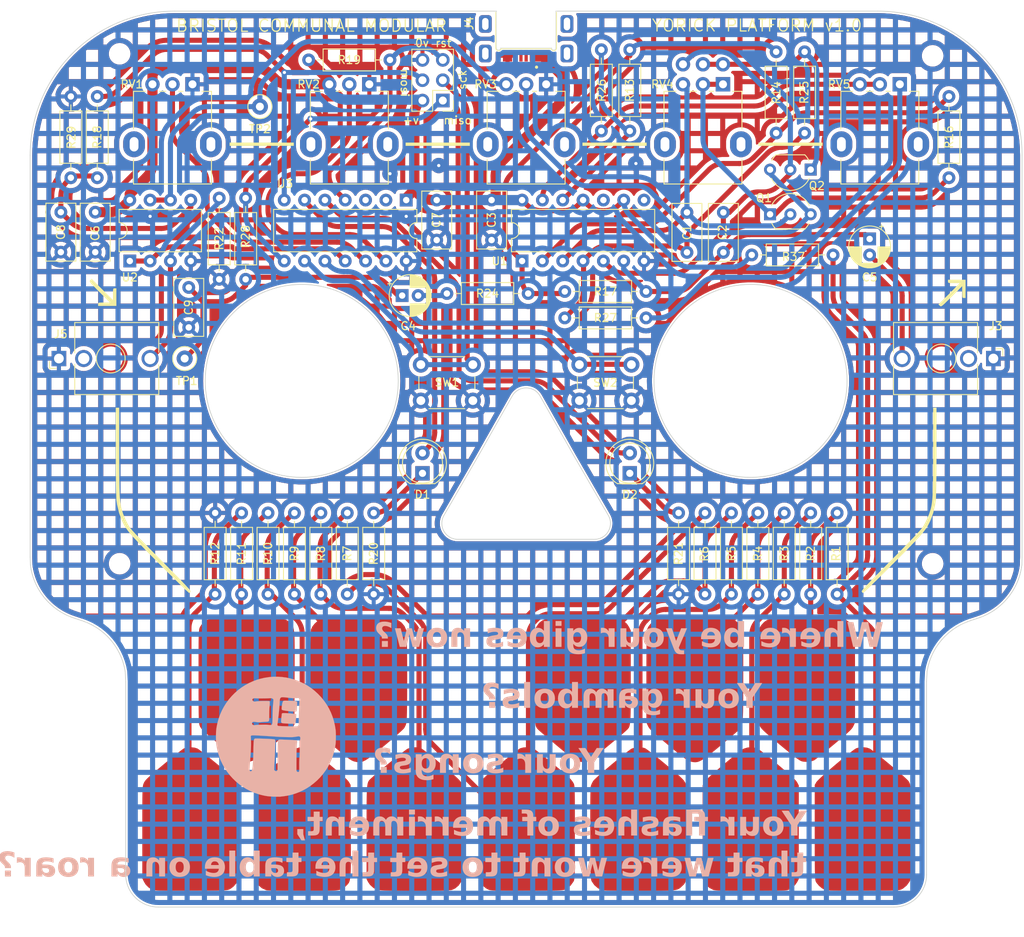
<source format=kicad_pcb>
(kicad_pcb (version 20221018) (generator pcbnew)
  (title_block (date "2023-07-19") (rev "rev02") (comment 2 "creativecommons.org/licenses/by/4.0") (comment 3 "License: CC BY 4.0") (comment 4 "Author: Bristol Communal Modular"))
  (layers (0 "F.Cu" signal) (31 "B.Cu" signal) (36 "B.SilkS" user "B.Silkscreen") (37 "F.SilkS" user "F.Silkscreen") (38 "B.Mask" user) (39 "F.Mask" user) (44 "Edge.Cuts" user))
  (net 0 "")
  (net 1 "Net-(Q1-D)")
  (net 2 "Net-(Q2-S)")
  (net 3 "Net-(Q2-D)")
  (net 4 "Net-(C2-Pad2)")
  (net 5 "VCC")
  (net 6 "GND")
  (net 7 "Net-(C1-Pad2)")
  (net 8 "Net-(C4-Pad2)")
  (net 9 "Net-(D1-K)")
  (net 10 "/MCU_DOUT2")
  (net 11 "Net-(D2-K)")
  (net 12 "/MCU_DOUT1")
  (net 13 "Net-(J1-Pin_1)")
  (net 14 "Net-(J1-Pin_2)")
  (net 15 "Net-(J1-Pin_3)")
  (net 16 "Net-(J1-Pin_4)")
  (net 17 "Net-(J1-Pin_5)")
  (net 18 "Net-(J1-Pin_6)")
  (net 19 "Net-(J1-Pin_7)")
  (net 20 "Net-(J1-Pin_8)")
  (net 21 "Net-(J1-Pin_9)")
  (net 22 "Net-(J1-Pin_10)")
  (net 23 "Net-(J1-Pin_11)")
  (net 24 "Net-(J1-Pin_12)")
  (net 25 "/MCU_RESET")
  (net 26 "Net-(J3-T)")
  (net 27 "Net-(Q1-G)")
  (net 28 "Net-(Q1-S)")
  (net 29 "Net-(R13-Pad2)")
  (net 30 "Net-(C4-Pad1)")
  (net 31 "/MCU_ADC_3")
  (net 32 "Net-(U2B-+)")
  (net 33 "/MCU_MOSI")
  (net 34 "/MCU_MISO")
  (net 36 "Net-(U2B--)")
  (net 39 "Net-(R13-Pad1)")
  (net 40 "/MCU_ADC_2")
  (net 41 "/MCU_DIN2")
  (net 42 "/MCU_DIN1")
  (net 45 "/MCU_ADC_1")
  (net 48 "Net-(R14-Pad2)")
  (net 49 "Net-(R26-Pad1)")
  (net 50 "Net-(R27-Pad2)")
  (net 53 "Net-(J5-T)")
  (footprint "Button_Switch_THT:SW_PUSH_6mm" (layer "F.Cu") (at 88.4428 79.756)
    (fp_text reference "SW1")
    (fp_text value "SW_Push" hide)
  )
  (footprint "MountingHole:MountingHole_2.2mm_M2_DIN965" (layer "F.Cu") (at 50.8 104.648)
    (fp_text reference "H3" hide)
    (fp_text value "MountingHole" hide)
  )
  (footprint "Connector_Audio:Jack_3.5mm_QingPu_WQP-PJ398SM_Vertical_CircularHoles" (layer "F.Cu") (at 43.21 78.994 90)
    (fp_text reference "J5")
    (fp_text value "AudioJack2_SwitchT" hide)
  )
  (footprint "Rumblesan_Standard_Parts:TO-92_Inline_Wide" (layer "F.Cu") (at 132.08 60.96)
    (fp_text reference "Q1")
    (fp_text value "Q_NJFET_DSG" hide)
  )
  (footprint "Resistor_THT:R_Axial_DIN0207_L6.3mm_D2.5mm_P10.16mm_Horizontal" (layer "F.Cu") (at 129.794 66.04)
    (fp_text reference "R37")
    (fp_text value "33k")
  )
  (footprint "Resistor_THT:R_Axial_DIN0207_L6.3mm_D2.5mm_P10.16mm_Horizontal" (layer "F.Cu") (at 136.398 50.8 90)
    (fp_text reference "R25")
    (fp_text value "18r")
  )
  (footprint "Resistor_THT:R_Axial_DIN0207_L6.3mm_D2.5mm_P10.16mm_Horizontal" (layer "F.Cu") (at 154.432 46.228 -90)
    (fp_text reference "R16")
    (fp_text value "18r")
  )
  (footprint "Capacitor_THT:C_Rect_L7.0mm_W3.5mm_P5.00mm" (layer "F.Cu") (at 97.282 59.182 -90)
    (fp_text reference "C3")
    (fp_text value "100nF")
  )
  (footprint "Resistor_THT:R_Axial_DIN0207_L6.3mm_D2.5mm_P10.16mm_Horizontal" (layer "F.Cu") (at 63.246 69.088 90)
    (fp_text reference "R22")
    (fp_text value "1m")
  )
  (footprint "Resistor_THT:R_Axial_DIN0207_L6.3mm_D2.5mm_P10.16mm_Horizontal" (layer "F.Cu") (at 66.04 108.458 90)
    (fp_text reference "R11")
    (fp_text value "10k")
  )
  (footprint "LED_THT:LED_D5.0mm" (layer "F.Cu") (at 88.646 93.345 90)
    (fp_text reference "D1")
    (fp_text value "LED")
  )
  (footprint "Resistor_THT:R_Axial_DIN0207_L6.3mm_D2.5mm_P10.16mm_Horizontal" (layer "F.Cu") (at 132.842 40.64 -90)
    (fp_text reference "R14")
    (fp_text value "100k")
  )
  (footprint "Capacitor_THT:CP_Radial_D5.0mm_P2.00mm" (layer "F.Cu") (at 144.526 64.04 -90)
    (fp_text reference "C5")
    (fp_text value "10uF")
  )
  (footprint "MountingHole:MountingHole_2.2mm_M2_DIN965" (layer "F.Cu") (at 152.4 41.148)
    (fp_text reference "H1" hide)
    (fp_text value "MountingHole" hide)
  )
  (footprint "Resistor_THT:R_Axial_DIN0207_L6.3mm_D2.5mm_P10.16mm_Horizontal" (layer "F.Cu") (at 133.858 108.458 90)
    (fp_text reference "R3")
    (fp_text value "10k")
  )
  (footprint "Resistor_THT:R_Axial_DIN0207_L6.3mm_D2.5mm_P10.16mm_Horizontal" (layer "F.Cu") (at 74.422 41.656)
    (fp_text reference "R19")
    (fp_text value "100k")
  )
  (footprint "Resistor_THT:R_Axial_DIN0207_L6.3mm_D2.5mm_P10.16mm_Horizontal" (layer "F.Cu") (at 69.342 108.458 90)
    (fp_text reference "R10")
    (fp_text value "10k")
  )
  (footprint "Resistor_THT:R_Axial_DIN0207_L6.3mm_D2.5mm_P10.16mm_Horizontal" (layer "F.Cu") (at 48.006 56.388 90)
    (fp_text reference "R18")
    (fp_text value "10k")
  )
  (footprint "Capacitor_THT:CP_Radial_D5.0mm_P2.00mm" (layer "F.Cu") (at 86.106 71.12)
    (fp_text reference "C4")
    (fp_text value "10uF")
  )
  (footprint "Resistor_THT:R_Axial_DIN0207_L6.3mm_D2.5mm_P10.16mm_Horizontal" (layer "F.Cu") (at 137.16 108.458 90)
    (fp_text reference "R2")
    (fp_text value "10k")
  )
  (footprint "Resistor_THT:R_Axial_DIN0207_L6.3mm_D2.5mm_P10.16mm_Horizontal" (layer "F.Cu") (at 62.738 108.458 90)
    (fp_text reference "R12")
    (fp_text value "10k")
  )
  (footprint "Resistor_THT:R_Axial_DIN0207_L6.3mm_D2.5mm_P10.16mm_Horizontal" (layer "F.Cu") (at 120.65 98.298 -90)
    (fp_text reference "R21")
    (fp_text value "1k")
  )
  (footprint "Resistor_THT:R_Axial_DIN0207_L6.3mm_D2.5mm_P10.16mm_Horizontal" (layer "F.Cu") (at 114.554 50.546 90)
    (fp_text reference "R13")
    (fp_text value "100k")
  )
  (footprint "Button_Switch_THT:SW_PUSH_6mm" (layer "F.Cu") (at 108.2548 79.756)
    (fp_text reference "SW2")
    (fp_text value "SW_Push" hide)
  )
  (footprint "Potentiometer_THT:Potentiometer_Alpha_RD901F-40-00D_Single_Vertical" (layer "F.Cu") (at 59.904 44.704 -90)
    (fp_text reference "RV1")
    (fp_text value "100kB")
  )
  (footprint "Resistor_THT:R_Axial_DIN0207_L6.3mm_D2.5mm_P10.16mm_Horizontal" (layer "F.Cu") (at 123.952 108.458 90)
    (fp_text reference "R6")
    (fp_text value "10k")
  )
  (footprint "Capacitor_THT:C_Rect_L7.0mm_W3.5mm_P5.00mm" (layer "F.Cu") (at 90.424 59.182 -90)
    (fp_text reference "C7")
    (fp_text value "100nF")
  )
  (footprint "Connector_Audio:Jack_3.5mm_QingPu_WQP-PJ398SM_Vertical_CircularHoles" (layer "F.Cu") (at 159.99 78.994 -90)
    (fp_text reference "J3")
    (fp_text value "AudioJack2_SwitchT" hide)
  )
  (footprint "Package_DIP:DIP-8_W7.62mm" (layer "F.Cu") (at 52.07 66.802 90)
    (fp_text reference "U2")
    (fp_text value "MCP602")
  )
  (footprint "Package_DIP:DIP-14_W7.62mm" (layer "F.Cu") (at 86.614 59.182 -90)
    (fp_text reference "U3")
    (fp_text value "ATtiny84V-10P")
  )
  (footprint "Rumblesan_Standard_Parts:TO-92_Inline_Wide" (layer "F.Cu") (at 137.16 55.372 180)
    (fp_text reference "Q2")
    (fp_text value "Q_NJFET_DSG" hide)
  )
  (footprint "TestPoint:TestPoint_Loop_D2.50mm_Drill1.0mm_LowProfile" (layer "F.Cu") (at 58.928 78.994)
    (fp_text reference "TP1")
    (fp_text value "OSC Test Point" hide)
  )
  (footprint "Potentiometer_THT:Potentiometer_Alpha_RD901F-40-00D_Single_Vertical" (layer "F.Cu") (at 82.002 44.704 -90)
    (fp_text reference "RV2")
    (fp_text value "100kB")
  )
  (footprint "Potentiometer_THT:Potentiometer_Alpha_RD902F-40-00D_Dual_Vertical" (layer "F.Cu") (at 126.198 44.704 -90)
    (fp_text reference "RV4")
    (fp_text value "10kB")
  )
  (footprint "Resistor_THT:R_Axial_DIN0207_L6.3mm_D2.5mm_P10.16mm_Horizontal" (layer "F.Cu") (at 130.556 108.458 90)
    (fp_text reference "R4")
    (fp_text value "10k")
  )
  (footprint "Yorick:AMPHENOL_10103593-0001LF-Power" (layer "F.Cu") (at 101.6 37.1602 180)
    (fp_text reference "J4")
    (fp_text value "USB_B_Micro" hide)
    (fp_line (start -3.7084 1.6002) (end -3.7 -3) (stroke (width 0.05)) (layer "Edge.Cuts"))
    (fp_line (start -3.2 -3) (end 3.2 -3) (stroke (width 0.05)) (layer "Edge.Cuts"))
    (fp_line (start 3.7 -3) (end 3.7084 1.6002) (stroke (width 0.05)) (layer "Edge.Cuts"))
    (fp_arc (start -3.7 -3) (mid -3.45 -3.25) (end -3.2 -3) (stroke (width 0.05)) (layer "Edge.Cuts"))
    (fp_arc (start 3.2 -3) (mid 3.45 -3.25) (end 3.7 -3) (stroke (width 0.05)) (layer "Edge.Cuts"))
  )
  (footprint "Resistor_THT:R_Axial_DIN0207_L6.3mm_D2.5mm_P10.16mm_Horizontal" (layer "F.Cu") (at 79.248 108.458 90)
    (fp_text reference "R7")
    (fp_text value "10k")
  )
  (footprint "Yorick:TEETH" (layer "F.Cu") (at 101.6 147.955)
    (fp_text reference "J1" hide)
    (fp_text value "Conn_01x12" hide)
  )
  (footprint "Resistor_THT:R_Axial_DIN0207_L6.3mm_D2.5mm_P10.16mm_Horizontal" (layer "F.Cu") (at 127.254 108.458 90)
    (fp_text reference "R5")
    (fp_text value "10k")
  )
  (footprint "Potentiometer_THT:Potentiometer_Alpha_RD901F-40-00D_Single_Vertical" (layer "F.Cu") (at 148.296 44.704 -90)
    (fp_text reference "RV5")
    (fp_text value "100kA")
  )
  (footprint "Resistor_THT:R_Axial_DIN0207_L6.3mm_D2.5mm_P10.16mm_Horizontal" (layer "F.Cu") (at 44.704 56.388 90)
    (fp_text reference "R29")
    (fp_text value "10k")
  )
  (footprint "Resistor_THT:R_Axial_DIN0207_L6.3mm_D2.5mm_P10.16mm_Horizontal" (layer "F.Cu") (at 140.462 108.458 90)
    (fp_text reference "R1")
    (fp_text value "10k")
  )
  (footprint "Resistor_THT:R_Axial_DIN0207_L6.3mm_D2.5mm_P10.16mm_Horizontal" (layer "F.Cu") (at 66.548 69.088 90)
    (fp_text reference "R28")
    (fp_text value "100k")
  )
  (footprint "Capacitor_THT:C_Rect_L7.0mm_W3.5mm_P5.00mm" (layer "F.Cu") (at 59.436 75.104 90)
    (fp_text reference "C9")
    (fp_text value "100pF")
  )
  (footprint "Resistor_THT:R_Axial_DIN0207_L6.3mm_D2.5mm_P10.16mm_Horizontal" (layer "F.Cu") (at 75.946 108.458 90)
    (fp_text reference "R8")
    (fp_text value "10k")
  )
  (footprint "LED_THT:LED_D5.0mm" (layer "F.Cu") (at 114.554 93.345 90)
    (fp_text reference "D2")
    (fp_text value "LED")
  )
  (footprint "Capacitor_THT:C_Rect_L7.0mm_W3.5mm_P5.00mm" (layer "F.Cu") (at 126.2444 60.721708 -90)
    (fp_text reference "C2")
    (fp_text value "220nF")
  )
  (footprint "Resistor_THT:R_Axial_DIN0207_L6.3mm_D2.5mm_P10.16mm_Horizontal" (layer "F.Cu") (at 116.586 70.612 180)
    (fp_text reference "R17")
    (fp_text value "100k")
  )
  (footprint "TestPoint:TestPoint_Loop_D2.50mm_Drill1.0mm_LowProfile" (layer "F.Cu") (at 68.326 47.498)
    (fp_text reference "TP2")
    (fp_text value "LFO Test Point" hide)
  )
  (footprint "Package_DIP:DIP-14_W7.62mm" (layer "F.Cu") (at 101.092 66.802 90)
    (fp_text reference "U1")
    (fp_text value "4069")
  )
  (footprint "Resistor_THT:R_Axial_DIN0207_L6.3mm_D2.5mm_P10.16mm_Horizontal" (layer "F.Cu") (at 82.55 98.298 -90)
    (fp_text reference "R20")
    (fp_text value "1k")
  )
  (footprint "Resistor_THT:R_Axial_DIN0207_L6.3mm_D2.5mm_P10.16mm_Horizontal" (layer "F.Cu") (at 72.644 108.458 90)
    (fp_text reference "R9")
    (fp_text value "10k")
  )
  (footprint "Potentiometer_THT:Potentiometer_Alpha_RD901F-40-00D_Single_Vertical" (layer "F.Cu") (at 104.1 44.704 -90)
    (fp_text reference "RV3")
    (fp_text value "100kB")
  )
  (footprint "MountingHole:MountingHole_2.2mm_M2_DIN965" (layer "F.Cu") (at 152.4 104.648)
    (fp_text reference "H4" hide)
    (fp_text value "MountingHole" hide)
  )
  (footprint "Capacitor_THT:C_Rect_L7.0mm_W3.5mm_P5.00mm" (layer "F.Cu") (at 47.752 60.695708 -90)
    (fp_text reference "C6")
    (fp_text value "100nF")
  )
  (footprint "Connector_PinHeader_2.54mm:PinHeader_2x03_P2.54mm_Vertical" (layer "F.Cu") (at 91.186 46.736 180)
    (fp_text reference "J2" hide)
    (fp_text value "AVR-ISP-6" hide)
  )
  (footprint "Resistor_THT:R_Axial_DIN0207_L6.3mm_D2.5mm_P10.16mm_Horizontal" (layer "F.Cu") (at 106.426 73.914)
    (fp_text reference "R27")
    (fp_text value "4k7")
  )
  (footprint "Resistor_THT:R_Axial_DIN0207_L6.3mm_D2.5mm_P10.16mm_Horizontal" (layer "F.Cu") (at 110.998 50.546 90)
    (fp_text reference "R26")
    (fp_text value "10k")
  )
  (footprint "Yorick:Facelines" (layer "F.Cu") (at 101.6 80.264)
    (fp_text reference "REF**" hide)
    (fp_text value "facelines" hide)
  )
  (footprint "Capacitor_THT:C_Rect_L7.0mm_W3.5mm_P5.00mm" (layer "F.Cu") (at 43.4544 65.691708 90)
    (fp_text reference "C8")
    (fp_text value "100nF")
  )
  (footprint "Capacitor_THT:C_Rect_L7.0mm_W3.5mm_P5.00mm" (layer "F.Cu") (at 121.6944 60.721708 -90)
    (fp_text reference "C1")
    (fp_text value "220nF")
  )
  (footprint "MountingHole:MountingHole_2.2mm_M2_DIN965" (layer "F.Cu") (at 50.8 40.894)
    (fp_text reference "H2" hide)
    (fp_text value "MountingHole" hide)
  )
  (footprint "Resistor_THT:R_Axial_DIN0207_L6.3mm_D2.5mm_P10.16mm_Horizontal" (layer "F.Cu") (at 101.854 70.866 180)
    (fp_text reference "R24")
    (fp_text value "100k")
  )
  (footprint "BCM_Graphics:BCM_Logo_small_15mmx15mm" (layer "B.Cu") (at 70.358 126.238 180)
    (fp_text reference "Ref**" hide)
    (fp_text value "Val**" hide)
  )
  (gr_line (start 41.289537 108.76261) (end 41.10487 108.516652) (stroke (width 0.1)) (layer "Edge.Cuts"))
  (gr_line (start 41.483566 109.001385) (end 41.289537 108.76261) (stroke (width 0.1)) (layer "Edge.Cuts"))
  (gr_line (start 39.898652 106.027472) (end 39.819108 105.725571) (stroke (width 0.1)) (layer "Edge.Cuts"))
  (gr_line (start 49.290834 113.751776) (end 48.840598 113.329109) (stroke (width 0.1)) (layer "Edge.Cuts"))
  (gr_line (start 43.892671 110.930582) (end 43.616541 110.779512) (stroke (width 0.1)) (layer "Edge.Cuts"))
  (gr_line (start 40.764457 108.004345) (end 40.609129 107.738573) (stroke (width 0.1)) (layer "Edge.Cuts"))
  (gr_line (start 163.380892 105.725571) (end 163.301348 106.027472) (stroke (width 0.1)) (layer "Edge.Cuts"))
  (gr_line (start 57.658 35.56) (end 97.8916 35.56) (stroke (width 0.1016)) (layer "Edge.Cuts"))
  (gr_line (start 43.086297 110.44745) (end 42.832601 110.267036) (stroke (width 0.1)) (layer "Edge.Cuts"))
  (gr_line (start 51.370592 117.483686) (end 51.200049 116.883986) (stroke (width 0.1)) (layer "Edge.Cuts"))
  (gr_line (start 43.34768 110.618371) (end 43.086297 110.44745) (stroke (width 0.1)) (layer "Edge.Cuts"))
  (gr_line (start 155.357978 112.589879) (end 154.842898 112.941035) (stroke (width 0.1)) (layer "Edge.Cuts"))
  (gr_line (start 153.909166 113.751776) (end 153.493863 114.206709) (stroke (width 0.1)) (layer "Edge.Cuts"))
  (gr_line (start 147.574 147.574) (end 55.626 147.574) (stroke (width 0.1)) (layer "Edge.Cuts"))
  (gr_line (start 161.910463 108.76261) (end 161.716434 109.001385) (stroke (width 0.1)) (layer "Edge.Cuts"))
  (gr_line (start 43.616541 110.779512) (end 43.34768 110.618371) (stroke (width 0.1)) (layer "Edge.Cuts"))
  (gr_line (start 162.870723 107.189236) (end 162.736001 107.466774) (stroke (width 0.1)) (layer "Edge.Cuts"))
  (gr_line (start 160.367399 110.267036) (end 160.113703 110.44745) (stroke (width 0.1)) (layer "Edge.Cuts"))
  (gr_line (start 160.850895 109.878887) (end 160.6132 110.077419) (stroke (width 0.1)) (layer "Edge.Cuts"))
  (gr_line (start 151.638 119.38) (end 151.70552 118.099374) (stroke (width 0.1)) (layer "Edge.Cuts"))
  (gr_line (start 40.609129 107.738573) (end 40.463999 107.466774) (stroke (width 0.1)) (layer "Edge.Cuts"))
  (gr_line (start 161.301131 109.456233) (end 161.080275 109.671729) (stroke (width 0.1)) (layer "Edge.Cuts"))
  (gr_line (start 162.590871 107.738573) (end 162.435543 108.004345) (stroke (width 0.1)) (layer "Edge.Cuts"))
  (gr_line (start 40.329277 107.189236) (end 40.205172 106.906248) (stroke (width 0.1)) (layer "Edge.Cuts"))
  (gr_line (start 163.301348 106.027472) (end 163.21035 106.325077) (stroke (width 0.1)) (layer "Edge.Cuts"))
  (gr_line (start 39.819108 105.725571) (end 39.751227 105.419665) (stroke (width 0.1)) (layer "Edge.Cuts"))
  (gr_line (start 163.504782 105.110041) (end 163.448773 105.419665) (stroke (width 0.1)) (layer "Edge.Cuts"))
  (gr_line (start 152.474298 115.741855) (end 152.215472 116.302601) (stroke (width 0.1)) (layer "Edge.Cuts"))
  (gr_line (start 47.297031 112.277965) (end 46.723803 112.00762) (stroke (width 0.1)) (layer "Edge.Cuts"))
  (gr_line (start 47.842022 112.589879) (end 47.297031 112.277965) (stroke (width 0.1)) (layer "Edge.Cuts"))
  (gr_line (start 159.307329 110.930582) (end 159.024141 111.071294) (stroke (width 0.1)) (layer "Edge.Cuts"))
  (gr_line (start 163.576 53.594) (end 163.576 103.8352) (stroke (width 0.1016)) (layer "Edge.Cuts"))
  (gr_line (start 51.200049 116.883986) (end 50.984528 116.302601) (stroke (width 0.1)) (layer "Edge.Cuts"))
  (gr_line (start 158.134315 111.428392) (end 157.075986 111.78117) (stroke (width 0.1)) (layer "Edge.Cuts"))
  (gr_line (start 152.215472 116.302601) (end 151.999951 116.883986) (stroke (width 0.1)) (layer "Edge.Cuts"))
  (gr_line (start 160.6132 110.077419) (end 160.367399 110.267036) (stroke (width 0.1)) (layer "Edge.Cuts"))
  (gr_line (start 42.349105 109.878887) (end 42.119725 109.671729) (stroke (width 0.1)) (layer "Edge.Cuts"))
  (gr_line (start 45.065685 111.428392) (end 44.762575 111.320488) (stroke (width 0.1)) (layer "Edge.Cuts"))
  (gr_line (start 151.638 119.38) (end 151.638 143.51) (stroke (width 0.1016)) (layer "Edge.Cuts"))
  (gr_line (start 151.829408 117.483686) (end 151.70552 118.099374) (stroke (width 0.1)) (layer "Edge.Cuts"))
  (gr_line (start 160.113703 110.44745) (end 159.85232 110.618371) (stroke (width 0.1)) (layer "Edge.Cuts"))
  (gr_line (start 42.5868 110.077419) (end 42.349105 109.878887) (stroke (width 0.1)) (layer "Edge.Cuts"))
  (gr_arc (start 145.542 35.56) (mid 158.293964 40.842036) (end 163.576 53.594) (stroke (width 0.1016)) (layer "Edge.Cuts"))
  (gr_line (start 40.205172 106.906248) (end 40.091894 106.618098) (stroke (width 0.1)) (layer "Edge.Cuts"))
  (gr_line (start 158.437425 111.320488) (end 158.134315 111.428392) (stroke (width 0.1)) (layer "Edge.Cuts"))
  (gr_line (start 161.716434 109.001385) (end 161.513254 109.232689) (stroke (width 0.1)) (layer "Edge.Cuts"))
  (gr_line (start 50.425245 115.204074) (end 50.084832 114.691583) (stroke (width 0.1)) (layer "Edge.Cuts"))
  (gr_line (start 159.024141 111.071294) (end 158.734103 111.201359) (stroke (width 0.1)) (layer "Edge.Cuts"))
  (gr_line (start 156.476197 112.00762) (end 155.902969 112.277965) (stroke (width 0.1)) (layer "Edge.Cuts"))
  (gr_line (start 162.270226 108.263801) (end 162.09513 108.516652) (stroke (width 0.1)) (layer "Edge.Cuts"))
  (gr_line (start 105.3084 35.56) (end 145.542 35.56) (stroke (width 0.1)) (layer "Edge.Cuts"))
  (gr_line (start 48.357102 112.941035) (end 47.842022 112.589879) (stroke (width 0.1)) (layer "Edge.Cuts"))
  (gr_line (start 152.774755 115.204074) (end 152.474298 115.741855) (stroke (width 0.1)) (layer "Edge.Cuts"))
  (gr_line (start 40.929774 108.263801) (end 40.764457 108.004345) (stroke (width 0.1)) (layer "Edge.Cuts"))
  (gr_line (start 163.576 103.8352) (end 163.548708 104.796989) (stroke (width 0.1)) (layer "Edge.Cuts"))
  (gr_line (start 46.124014 111.78117) (end 45.065685 111.428392) (stroke (width 0.1)) (layer "Edge.Cuts"))
  (gr_line (start 41.10487 108.516652) (end 40.929774 108.263801) (stroke (width 0.1)) (layer "Edge.Cuts"))
  (gr_line (start 154.359402 113.329109) (end 153.909166 113.751776) (stroke (width 0.1)) (layer "Edge.Cuts"))
  (gr_line (start 39.751227 105.419665) (end 39.695218 105.110041) (stroke (width 0.1)) (layer "Edge.Cuts"))
  (gr_line (start 51.562 143.51) (end 51.562 119.38) (stroke (width 0.1016)) (layer "Edge.Cuts"))
  (gr_line (start 40.091894 106.618098) (end 39.98965 106.325077) (stroke (width 0.1)) (layer "Edge.Cuts"))
  (gr_circle (center 73.5584 81.788) (end 85.6234 81.788) (stroke (width 0.1)) (fill none) (layer "Edge.Cuts"))
  (gr_line (start 162.736001 107.466774) (end 162.590871 107.738573) (stroke (width 0.1)) (layer "Edge.Cuts"))
  (gr_line (start 50.725702 115.741855) (end 50.425245 115.204074) (stroke (width 0.1)) (layer "Edge.Cuts"))
  (gr_circle (center 129.6416 81.788) (end 141.7066 81.788) (stroke (width 0.1)) (fill none) (layer "Edge.Cuts"))
  (gr_line (start 51.49448 118.099374) (end 51.562 119.38) (stroke (width 0.1)) (layer "Edge.Cuts"))
  (gr_line (start 159.85232 110.618371) (end 159.583459 110.779512) (stroke (width 0.1)) (layer "Edge.Cuts"))
  (gr_arc (start 39.624 53.594) (mid 44.906036 40.842036) (end 57.658 35.56) (stroke (width 0.1016)) (layer "Edge.Cuts"))
  (gr_line (start 162.994828 106.906248) (end 162.870723 107.189236) (stroke (width 0.1)) (layer "Edge.Cuts"))
  (gr_line (start 41.898869 109.456233) (end 41.686746 109.232689) (stroke (width 0.1)) (layer "Edge.Cuts"))
  (gr_line (start 153.115168 114.691583) (end 152.774755 115.204074) (stroke (width 0.1)) (layer "Edge.Cuts"))
  (gr_line (start 157.075986 111.78117) (end 156.476197 112.00762) (stroke (width 0.1)) (layer "Edge.Cuts"))
  (gr_line (start 155.902969 112.277965) (end 155.357978 112.589879) (stroke (width 0.1)) (layer "Edge.Cuts"))
  (gr_poly (pts (xy 101.727176 82.670392) (xy 101.854 82.682298) (xy 101.979956 82.702142) (xy 102.10461 82.729923) (xy 102.227527 82.765642) (xy 102.348274 82.809298) (xy 102.466417 82.860892) (xy 102.58152 82.920423) (xy 102.693152 82.987892) (xy 102.800876 83.063298) (xy 102.90426 83.146641) (xy 103.002868 83.237922) (xy 103.096268 83.337141) (xy 103.184024 83.444297) (xy 103.265704 83.559391) (xy 103.340872 83.682422) (xy 107.598902 91.2107) (xy 111.867517 98.601389) (xy 111.934576 98.727315) (xy 111.991698 98.854819) (xy 112.039095 98.983534) (xy 112.076978 99.113096) (xy 112.105559 99.243138) (xy 112.12505 99.373295) (xy 112.135663 99.503202) (xy 112.137611 99.632492) (xy 112.131104 99.760801) (xy 112.116354 99.887762) (xy 112.093574 100.01301) (xy 112.062976 100.136179) (xy 112.02477 100.256904) (xy 111.97917 100.374819) (xy 111.926387 100.489559) (xy 111.866632 100.600757) (xy 111.800119 100.708049) (xy 111.727058 100.811068) (xy 111.647661 100.909449) (xy 111.562141 101.002827) (xy 111.470709 101.090836) (xy 111.373577 101.173109) (xy 111.270957 101.249283) (xy 111.163061 101.31899) (xy 111.0501 101.381866) (xy 110.932288 101.437544) (xy 110.809834 101.48566) (xy 110.682952 101.525847) (xy 110.551853 101.55774) (xy 110.41675 101.580974) (xy 110.277853 101.595182) (xy 110.135375 101.6) (xy 93.064462 101.6) (xy 92.921984 101.595182) (xy 92.783087 101.580974) (xy 92.647983 101.55774) (xy 92.516885 101.525847) (xy 92.390003 101.48566) (xy 92.267549 101.437544) (xy 92.149737 101.381866) (xy 92.036777 101.31899) (xy 91.928881 101.249283) (xy 91.826261 101.173109) (xy 91.729129 101.090836) (xy 91.637697 101.002827) (xy 91.552177 100.909449) (xy 91.472781 100.811068) (xy 91.39972 100.708049) (xy 91.333207 100.600757) (xy 91.273453 100.489559) (xy 91.22067 100.374819) (xy 91.17507 100.256904) (xy 91.136864 100.136179) (xy 91.106266 100.01301) (xy 91.083486 99.887762) (xy 91.068737 99.760801) (xy 91.06223 99.632492) (xy 91.064178 99.503202) (xy 91.074791 99.373295) (xy 91.094283 99.243138) (xy 91.122864 99.113096) (xy 91.160747 98.983534) (xy 91.208143 98.854819) (xy 91.265266 98.727315) (xy 91.332325 98.601389) (xy 95.600935 91.2107) (xy 99.85896 83.682422) (xy 99.934128 83.559391) (xy 100.015808 83.444297) (xy 100.103565 83.337141) (xy 100.196965 83.237922) (xy 100.295574 83.146641) (xy 100.398958 83.063298) (xy 100.506682 82.987892) (xy 100.618314 82.920423) (xy 100.733418 82.860892) (xy 100.851561 82.809298) (xy 100.972308 82.765642) (xy 101.095225 82.729923) (xy 101.219879 82.702142) (xy 101.345835 82.682298) (xy 101.472659 82.670392) (xy 101.599918 82.666423)) (stroke (width 0.1)) (fill none) (layer "Edge.Cuts"))
  (gr_line (start 161.080275 109.671729) (end 160.850895 109.878887) (stroke (width 0.1)) (layer "Edge.Cuts"))
  (gr_line (start 41.686746 109.232689) (end 41.483566 109.001385) (stroke (width 0.1)) (layer "Edge.Cuts"))
  (gr_line (start 50.084832 114.691583) (end 49.706137 114.206709) (stroke (width 0.1)) (layer "Edge.Cuts"))
  (gr_line (start 161.513254 109.232689) (end 161.301131 109.456233) (stroke (width 0.1)) (layer "Edge.Cuts"))
  (gr_line (start 39.98965 106.325077) (end 39.898652 106.027472) (stroke (width 0.1)) (layer "Edge.Cuts"))
  (gr_line (start 51.49448 118.099374) (end 51.370592 117.483686) (stroke (width 0.1)) (layer "Edge.Cuts"))
  (gr_line (start 50.984528 116.302601) (end 50.725702 115.741855) (stroke (width 0.1)) (layer "Edge.Cuts"))
  (gr_line (start 44.465897 111.201359) (end 44.175859 111.071294) (stroke (width 0.1)) (layer "Edge.Cuts"))
  (gr_line (start 39.651292 104.796989) (end 39.624 103.8352) (stroke (width 0.1)) (layer "Edge.Cuts"))
  (gr_line (start 39.695218 105.110041) (end 39.651292 104.796989) (stroke (width 0.1)) (layer "Edge.Cuts"))
  (gr_line (start 153.493863 114.206709) (end 153.115168 114.691583) (stroke (width 0.1)) (layer "Edge.Cuts"))
  (gr_line (start 163.548708 104.796989) (end 163.504782 105.110041) (stroke (width 0.1)) (layer "Edge.Cuts"))
  (gr_line (start 39.624 103.8352) (end 39.624 53.594) (stroke (width 0.1016)) (layer "Edge.Cuts"))
  (gr_line (start 44.762575 111.320488) (end 44.465897 111.201359) (stroke (width 0.1)) (layer "Edge.Cuts"))
  (gr_line (start 163.21035 106.325077) (end 163.108106 106.618098) (stroke (width 0.1)) (layer "Edge.Cuts"))
  (gr_line (start 42.832601 110.267036) (end 42.5868 110.077419) (stroke (width 0.1)) (layer "Edge.Cuts"))
  (gr_line (start 162.09513 108.516652) (end 161.910463 108.76261) (stroke (width 0.1)) (layer "Edge.Cuts"))
  (gr_arc (start 151.638 143.51) (mid 150.447682 146.383682) (end 147.574 147.574) (stroke (width 0.1)) (layer "Edge.Cuts"))
  (gr_line (start 162.435543 108.004345) (end 162.270226 108.263801) (stroke (width 0.1)) (layer "Edge.Cuts"))
  (gr_line (start 163.448773 105.419665) (end 163.380892 105.725571) (stroke (width 0.1)) (layer "Edge.Cuts"))
  (gr_line (start 159.583459 110.779512) (end 159.307329 110.930582) (stroke (width 0.1)) (layer "Edge.Cuts"))
  (gr_line (start 49.706137 114.206709) (end 49.290834 113.751776) (stroke (width 0.1)) (layer "Edge.Cuts"))
  (gr_line (start 158.734103 111.201359) (end 158.437425 111.320488) (stroke (width 0.1)) (layer "Edge.Cuts"))
  (gr_line (start 154.842898 112.941035) (end 154.359402 113.329109) (stroke (width 0.1)) (layer "Edge.Cuts"))
  (gr_line (start 46.723803 112.00762) (end 46.124014 111.78117) (stroke (width 0.1)) (layer "Edge.Cuts"))
  (gr_line (start 44.175859 111.071294) (end 43.892671 110.930582) (stroke (width 0.1)) (layer "Edge.Cuts"))
  (gr_line (start 48.840598 113.329109) (end 48.357102 112.941035) (stroke (width 0.1)) (layer "Edge.Cuts"))
  (gr_arc (start 55.626 147.574) (mid 52.752318 146.383682) (end 51.562 143.51) (stroke (width 0.1)) (layer "Edge.Cuts"))
  (gr_line (start 163.108106 106.618098) (end 162.994828 106.906248) (stroke (width 0.1)) (layer "Edge.Cuts"))
  (gr_line (start 40.463999 107.466774) (end 40.329277 107.189236) (stroke (width 0.1)) (layer "Edge.Cuts"))
  (gr_line (start 42.119725 109.671729) (end 41.898869 109.456233) (stroke (width 0.1)) (layer "Edge.Cuts"))
  (gr_line (start 151.999951 116.883986) (end 151.829408 117.483686) (stroke (width 0.1)) (layer "Edge.Cuts"))
  (gr_text "Your songs?" (at 111.252 131.318) (layer "B.SilkS") (effects (font (size 3.048 3.048) (thickness 0.6096) bold italic) (justify left bottom mirror)))
  (gr_text "Your gambols?" (at 131.064 123.19) (layer "B.SilkS") (effects (font (size 3.048 3.048) (thickness 0.6096) bold italic) (justify left bottom mirror)))
  (gr_text "Where be your gibes now?" (at 146.304 115.57) (layer "B.SilkS") (effects (font (size 3.048 3.048) (thickness 0.6096) bold italic) (justify left bottom mirror)))
  (gr_text "Your flashes of merriment,\nthat were wont to set the table on a roar?" (at 136.652 144.272) (layer "B.SilkS") (effects (font (size 3.048 3.048) (thickness 0.6096) bold italic) (justify left bottom mirror)))
  (gr_text "BRISTOL COMMUNAL MODULAR" (at 57.7544 38.261708) (layer "F.SilkS") (effects (font (size 1.5 1.5)) (justify left bottom)))
  (gr_text "0v" (at 87.63 40.132) (layer "F.SilkS") (effects (font (size 1 1)) (justify left bottom)))
  (gr_text "YORICK PLATFORM v1.0" (at 117.2144 38.231708) (layer "F.SilkS") (effects (font (size 1.5 1.5)) (justify left bottom)))
  (gr_text "+v" (at 86.106 49.784) (layer "F.SilkS") (effects (font (size 1 1)) (justify left bottom)))
  (gr_text "mosi" (at 85.852 42.672 -90) (layer "F.SilkS") (effects (font (size 1 1)) (justify left bottom)))
  (gr_text "miso" (at 91.186 49.784) (layer "F.SilkS") (effects (font (size 1 1)) (justify left bottom)))
  (gr_text "rst" (at 90.17 40.132) (layer "F.SilkS") (effects (font (size 1 1)) (justify left bottom)))
  (gr_text "sck" (at 94.234 45.466 90) (layer "F.SilkS") (effects (font (size 1 1)) (justify left bottom)))
  (segment (start 132.694 60.96) (end 132.08 60.96) (width 0.635) (layer "F.Cu") (net 1))
  (segment (start 150.839898 58.928) (end 135.778102 58.928) (width 0.635) (layer "F.Cu") (net 1))
  (segment (start 154.432 56.388) (end 152.635949 58.184051) (width 0.635) (layer "F.Cu") (net 1))
  (segment (start 123.698 44.704) (end 126.198 44.704) (width 0.635) (layer "F.Cu") (net 1))
  (segment (start 133.982051 59.671949) (end 132.694 60.96) (width 0.635) (layer "F.Cu") (net 1))
  (arc (start 133.982051 59.671949) (mid 134.806086 59.121346) (end 135.778102 58.928) (width 0.635) (layer "F.Cu") (net 1))
  (arc (start 152.635949 58.184051) (mid 151.811914 58.734654) (end 150.839898 58.928) (width 0.635) (layer "F.Cu") (net 1))
  (segment (start 124.441949 53.321949) (end 132.08 60.96) (width 0.635) (layer "B.Cu") (net 1))
  (segment (start 123.698 44.704) (end 123.698 51.525898) (width 0.635) (layer "B.Cu") (net 1))
  (arc (start 123.698 51.525898) (mid 123.891346 52.497914) (end 124.441949 53.321949) (width 0.635) (layer "B.Cu") (net 1))
  (segment (start 126.2444 60.721708) (end 126.984292 60.721708) (width 0.635) (layer "F.Cu") (net 2))
  (segment (start 126.984292 60.721708) (end 128.796051 58.909949) (width 0.635) (layer "F.Cu") (net 2))
  (segment (start 134.62 55.88) (end 134.62 55.372) (width 0.635) (layer "F.Cu") (net 2))
  (segment (start 133.077949 57.422051) (end 134.62 55.88) (width 0.635) (layer "F.Cu") (net 2))
  (segment (start 121.901949 67.582051) (end 125.500451 63.983549) (width 0.635) (layer "F.Cu") (net 2))
  (segment (start 111.252 66.802) (end 112.032051 67.582051) (width 0.635) (layer "F.Cu") (net 2))
  (segment (start 113.828102 68.326) (end 120.105898 68.326) (width 0.635) (layer "F.Cu") (net 2))
  (segment (start 130.592102 58.166) (end 131.281898 58.166) (width 0.635) (layer "F.Cu") (net 2))
  (segment (start 126.2444 62.187498) (end 126.2444 60.721708) (width 0.635) (layer "F.Cu") (net 2))
  (arc (start 121.901949 67.582051) (mid 121.077914 68.132654) (end 120.105898 68.326) (width 0.635) (layer "F.Cu") (net 2))
  (arc (start 125.500451 63.983549) (mid 126.051054 63.159514) (end 126.2444 62.187498) (width 0.635) (layer "F.Cu") (net 2))
  (arc (start 112.032051 67.582051) (mid 112.856086 68.132654) (end 113.828102 68.326) (width 0.635) (layer "F.Cu") (net 2))
  (arc (start 128.796051 58.909949) (mid 129.620086 58.359346) (end 130.592102 58.166) (width 0.635) (layer "F.Cu") (net 2))
  (arc (start 131.281898 58.166) (mid 132.253914 57.972654) (end 133.077949 57.422051) (width 0.635) (layer "F.Cu") (net 2))
  (segment (start 127.565536 41.383949) (end 133.876051 47.694464) (width 0.635) (layer "B.Cu") (net 2))
  (segment (start 123.814102 40.64) (end 125.769485 40.64) (width 0.635) (layer "B.Cu") (net 2))
  (segment (start 134.62 49.490515) (end 134.62 55.372) (width 0.635) (layer "B.Cu") (net 2))
  (segment (start 121.198 42.204) (end 122.018051 41.383949) (width 0.635) (layer "B.Cu") (net 2))
  (arc (start 125.769485 40.64) (mid 126.741501 40.833346) (end 127.565536 41.383949) (width 0.635) (layer "B.Cu") (net 2))
  (arc (start 134.62 49.490515) (mid 134.426654 48.518499) (end 133.876051 47.694464) (width 0.635) (layer "B.Cu") (net 2))
  (arc (start 122.018051 41.383949) (mid 122.842086 40.833346) (end 123.814102 40.64) (width 0.635) (layer "B.Cu") (net 2))
  (segment (start 123.698 42.204) (end 126.198 42.204) (width 0.635) (layer "F.Cu") (net 3))
  (segment (start 135.577949 41.460051) (end 136.398 40.64) (width 0.635) (layer "F.Cu") (net 3))
  (segment (start 126.198 42.204) (end 133.781898 42.204) (width 0.635) (layer "F.Cu") (net 3))
  (arc (start 133.781898 42.204) (mid 134.753914 42.010654) (end 135.577949 41.460051) (width 0.635) (layer "F.Cu") (net 3))
  (segment (start 137.16 55.372) (end 137.178051 55.353949) (width 0.635) (layer "B.Cu") (net 3))
  (segment (start 137.922 53.557898) (end 137.922 43.216102) (width 0.635) (layer "B.Cu") (net 3))
  (segment (start 137.178051 41.420051) (end 136.398 40.64) (width 0.635) (layer "B.Cu") (net 3))
  (arc (start 137.178051 41.420051) (mid 137.728654 42.244086) (end 137.922 43.216102) (width 0.635) (layer "B.Cu") (net 3))
  (arc (start 137.922 53.557898) (mid 137.728654 54.529914) (end 137.178051 55.353949) (width 0.635) (layer "B.Cu") (net 3))
  (segment (start 129.51821 63.5) (end 143.986 63.5) (width 0.635) (layer "F.Cu") (net 4))
  (segment (start 143.986 63.5) (end 144.526 64.04) (width 0.635) (layer "F.Cu") (net 4))
  (segment (start 126.2444 65.721708) (end 127.722159 64.243949) (width 0.635) (layer "F.Cu") (net 4))
  (segment (start 122.098057 69.868051) (end 126.2444 65.721708) (width 0.635) (layer "F.Cu") (net 4))
  (segment (start 116.586 70.612) (end 120.302006 70.612) (width 0.635) (layer "F.Cu") (net 4))
  (arc (start 122.098057 69.868051) (mid 121.274022 70.418654) (end 120.302006 70.612) (width 0.635) (layer "F.Cu") (net 4))
  (arc (start 127.722159 64.243949) (mid 128.546194 63.693346) (end 129.51821 63.5) (width 0.635) (layer "F.Cu") (net 4))
  (segment (start 113.792 67.818) (end 116.586 70.612) (width 0.635) (layer "B.Cu") (net 4))
  (segment (start 113.792 66.802) (end 113.792 67.818) (width 0.635) (layer "B.Cu") (net 4))
  (segment (start 88.27413 46.863957) (end 88.402087 46.736) (width 1.27) (layer "F.Cu") (net 5))
  (segment (start 88.402087 46.736) (end 88.646 46.736) (width 1.27) (layer "F.Cu") (net 5))
  (segment (start 54.904 44.704) (end 54.904 43.394) (width 1.27) (layer "F.Cu") (net 5))
  (segment (start 54.904 43.394) (end 55.626 42.672) (width 1.27) (layer "F.Cu") (net 5))
  (segment (start 69.577949 43.415949) (end 70.122051 43.960051) (width 1.27) (layer "F.Cu") (net 5))
  (segment (start 55.626 42.672) (end 67.781898 42.672) (width 1.27) (layer "F.Cu") (net 5))
  (segment (start 77.002 44.236) (end 74.422 41.656) (width 1.27) (layer "F.Cu") (net 5))
  (segment (start 106.426 44.988302) (end 106.426 45.429898) (width 1.27) (layer "F.Cu") (net 5))
  (segment (start 86.614 59.182) (end 86.614 58.928) (width 1.27) (layer "F.Cu") (net 5))
  (segment (start 77.002 44.704) (end 77.002 44.236) (width 1.27) (layer "F.Cu") (net 5))
  (segment (start 71.918102 44.704) (end 77.002 44.704) (width 1.27) (layer "F.Cu") (net 5))
  (segment (start 103.6 41.1102) (end 105.682051 43.192251) (width 1.27) (layer "F.Cu") (net 5))
  (segment (start 108.712 59.182) (end 108.135249 59.758751) (width 0.635) (layer "F.Cu") (net 5))
  (segment (start 113.215249 59.758751) (end 113.792 59.182) (width 0.635) (layer "F.Cu") (net 5))
  (segment (start 105.682051 47.225949) (end 98.533949 54.374051) (width 1.27) (layer "F.Cu") (net 5))
  (segment (start 108.712 59.182) (end 109.288751 59.758751) (width 0.635) (layer "F.Cu") (net 5))
  (segment (start 87.63 57.912) (end 87.63 48.55821) (width 1.27) (layer "F.Cu") (net 5))
  (segment (start 111.084802 60.5027) (end 111.419198 60.5027) (width 0.635) (layer "F.Cu") (net 5))
  (segment (start 52.07 59.182) (end 52.07 58.42) (width 1.27) (layer "F.Cu") (net 5))
  (segment (start 47.752 60.695708) (end 49.50419 60.695708) (width 1.27) (layer "F.Cu") (net 5))
  (segment (start 97.79 58.674) (end 97.282 59.182) (width 1.27) (layer "F.Cu") (net 5))
  (segment (start 101.668751 59.758751) (end 101.092 59.182) (width 0.635) (layer "F.Cu") (net 5))
  (segment (start 54.904 54.533898) (end 54.904 44.704) (width 1.27) (layer "F.Cu") (net 5))
  (segment (start 87.63 57.912) (end 88.156051 58.438051) (width 1.27) (layer "F.Cu") (net 5))
  (segment (start 51.300241 59.951759) (end 52.07 59.182) (width 1.27) (layer "F.Cu") (net 5))
  (segment (start 89.952102 59.182) (end 90.424 59.182) (width 1.27) (layer "F.Cu") (net 5))
  (segment (start 52.07 58.42) (end 54.160051 56.329949) (width 1.27) (layer "F.Cu") (net 5))
  (segment (start 97.79 56.170102) (end 97.79 58.674) (width 1.27) (layer "F.Cu") (net 5))
  (segment (start 106.339198 60.5027) (end 103.464802 60.5027) (width 0.635) (layer "F.Cu") (net 5))
  (segment (start 86.614 58.928) (end 87.63 57.912) (width 1.27) (layer "F.Cu") (net 5))
  (arc (start 106.339198 60.5027) (mid 107.311214 60.309354) (end 108.135249 59.758751) (width 0.635) (layer "F.Cu") (net 5))
  (arc (start 105.682051 47.225949) (mid 106.232654 46.401914) (end 106.426 45.429898) (width 1.27) (layer "F.Cu") (net 5))
  (arc (start 54.904 54.533898) (mid 54.710654 55.505914) (end 54.160051 56.329949) (width 1.27) (layer "F.Cu") (net 5))
  (arc (start 98.533949 54.374051) (mid 97.983346 55.198086) (end 97.79 56.170102) (width 1.27) (layer "F.Cu") (net 5))
  (arc (start 103.464802 60.5027) (mid 102.492786 60.309354) (end 101.668751 59.758751) (width 0.635) (layer "F.Cu") (net 5))
  (arc (start 106.426 44.988302) (mid 106.232654 44.016286) (end 105.682051 43.192251) (width 1.27) (layer "F.Cu") (net 5))
  (arc (start 111.084802 60.5027) (mid 110.112786 60.309354) (end 109.288751 59.758751) (width 0.635) (layer "F.Cu") (net 5))
  (arc (start 69.577949 43.415949) (mid 68.753914 42.865346) (end 67.781898 42.672) (width 1.27) (layer "F.Cu") (net 5))
  (arc (start 49.50419 60.695708) (mid 50.476206 60.502362) (end 51.300241 59.951759) (width 1.27) (layer "F.Cu") (net 5))
  (arc (start 70.122051 43.960051) (mid 70.946086 44.510654) (end 71.918102 44.704) (width 1.27) (layer "F.Cu") (net 5))
  (arc (start 111.419198 60.5027) (mid 112.391214 60.309354) (end 113.215249 59.758751) (width 0.635) (layer "F.Cu") (net 5))
  (arc (start 87.63 48.55821) (mid 87.797005 47.652389) (end 88.27413 46.863957) (width 1.27) (layer "F.Cu") (net 5))
  (arc (start 88.156051 58.438051) (mid 88.980086 58.988654) (end 89.952102 59.182) (width 1.27) (layer "F.Cu") (net 5))
  (segment (start 77.002 45.506) (end 77.383759 45.887759) (width 1.27) (layer "B.Cu") (net 5))
  (segment (start 129.013949 66.820051) (end 129.794 66.04) (width 0.635) (layer "B.Cu") (net 5))
  (segment (start 97.282 59.182) (end 101.092 59.182) (width 1.27) (layer "B.Cu") (net 5))
  (segment (start 97.282 59.182) (end 90.424 59.182) (width 1.27) (layer "B.Cu") (net 5))
  (segment (start 122.094732 67.564) (end 127.217898 67.564) (width 0.635) (layer "B.Cu") (net 5))
  (segment (start 77.002 44.704) (end 77.002 45.506) (width 1.27) (layer "B.Cu") (net 5))
  (segment (start 114.535949 61.057319) (end 120.298681 66.820051) (width 0.635) (layer "B.Cu") (net 5))
  (segment (start 88.541708 46.631708) (end 88.646 46.736) (width 1.27) (layer "B.Cu") (net 5))
  (segment (start 79.17981 46.631708) (end 88.541708 46.631708) (width 1.27) (layer "B.Cu") (net 5))
  (segment (start 113.792 59.182) (end 113.792 59.261268) (width 0.635) (layer "B.Cu") (net 5))
  (arc (start 129.013949 66.820051) (mid 128.189914 67.370654) (end 127.217898 67.564) (width 0.635) (layer "B.Cu") (net 5))
  (arc (start 120.298681 66.820051) (mid 121.122716 67.370654) (end 122.094732 67.564) (width 0.635) (layer "B.Cu") (net 5))
  (arc (start 114.535949 61.057319) (mid 113.985346 60.233284) (end 113.792 59.261268) (width 0.635) (layer "B.Cu") (net 5))
  (arc (start 77.383759 45.887759) (mid 78.207795 46.438357) (end 79.17981 46.631708) (width 1.27) (layer "B.Cu") (net 5))
  (via (at 86.614 61.214) (size 0.8) (drill 0.4) (layers "F.Cu" "B.Cu") (net 6))
  (via (at 90.678 54.864) (size 0.8) (drill 0.4) (layers "F.Cu" "B.Cu") (net 6))
  (via (at 84.582 55.88) (size 0.8) (drill 0.4) (layers "F.Cu" "B.Cu") (net 6))
  (via (at 115.316 54.61) (size 0.8) (drill 0.4) (layers "F.Cu" "B.Cu") (net 6))
  (via (at 54.61 61.214) (size 0.8) (drill 0.4) (layers "F.Cu" "B.Cu") (net 6))
  (segment (start 121.6944 65.721708) (end 121.6944 64.43457) (width 0.635) (layer "F.Cu") (net 7))
  (segment (start 108.7744 66.8644) (end 108.7744 70.513498) (width 0.635) (layer "F.Cu") (net 7))
  (segment (start 111.644393 64.921709) (end 119.842299 64.921709) (width 0.635) (layer "F.Cu") (net 7))
  (segment (start 122.438349 62.638519) (end 131.754919 53.321949) (width 0.635) (layer "F.Cu") (net 7))
  (segment (start 108.030451 72.309549) (end 106.426 73.914) (width 0.635) (layer "F.Cu") (net 7))
  (segment (start 133.55097 52.578) (end 133.567898 52.578) (width 0.635) (layer "F.Cu") (net 7))
  (segment (start 108.712 66.802) (end 109.848342 65.665658) (width 0.635) (layer "F.Cu") (net 7))
  (segment (start 121.63835 65.665658) (end 121.6944 65.721708) (width 0.635) (layer "F.Cu") (net 7))
  (segment (start 135.363949 51.834051) (end 136.398 50.8) (width 0.635) (layer "F.Cu") (net 7))
  (arc (start 108.030451 72.309549) (mid 108.581054 71.485514) (end 108.7744 70.513498) (width 0.635) (layer "F.Cu") (net 7))
  (arc (start 131.754919 53.321949) (mid 132.578954 52.771346) (end 133.55097 52.578) (width 0.635) (layer "F.Cu") (net 7))
  (arc (start 119.842299 64.921709) (mid 120.814315 65.115055) (end 121.63835 65.665658) (width 0.635) (layer "F.Cu") (net 7))
  (arc (start 122.438349 62.638519) (mid 121.887746 63.462554) (end 121.6944 64.43457) (width 0.635) (layer "F.Cu") (net 7))
  (arc (start 135.363949 51.834051) (mid 134.539914 52.384654) (end 133.567898 52.578) (width 0.635) (layer "F.Cu") (net 7))
  (arc (start 109.848342 65.665658) (mid 110.672377 65.115055) (end 111.644393 64.921709) (width 0.635) (layer "F.Cu") (net 7))
  (segment (start 88.106 71.12) (end 91.44 71.12) (width 0.635) (layer "B.Cu") (net 8))
  (segment (start 82.640898 98.298) (end 82.55 98.298) (width 0.635) (layer "F.Cu") (net 9))
  (segment (start 88.646 93.345) (end 84.436949 97.554051) (width 0.635) (layer "F.Cu") (net 9))
  (arc (start 82.640898 98.298) (mid 83.612914 98.104654) (end 84.436949 97.554051) (width 0.635) (layer "F.Cu") (net 9))
  (segment (start 90.17 69.124102) (end 90.17 88.228898) (width 0.635) (layer "F.Cu") (net 10))
  (segment (start 78.118794 62.484) (end 83.529898 62.484) (width 0.635) (layer "F.Cu") (net 10))
  (segment (start 85.325949 63.227949) (end 89.426051 67.328051) (width 0.635) (layer "F.Cu") (net 10))
  (segment (start 89.426051 90.024949) (end 88.646 90.805) (width 0.635) (layer "F.Cu") (net 10))
  (segment (start 73.914 59.331308) (end 76.322743 61.740051) (width 0.635) (layer "F.Cu") (net 10))
  (arc (start 90.17 69.124102) (mid 89.976654 68.152086) (end 89.426051 67.328051) (width 0.635) (layer "F.Cu") (net 10))
  (arc (start 76.322743 61.740051) (mid 77.146778 62.290654) (end 78.118794 62.484) (width 0.635) (layer "F.Cu") (net 10))
  (arc (start 83.529898 62.484) (mid 84.501914 62.677346) (end 85.325949 63.227949) (width 0.635) (layer "F.Cu") (net 10))
  (arc (start 89.426051 90.024949) (mid 89.976654 89.200914) (end 90.17 88.228898) (width 0.635) (layer "F.Cu") (net 10))
  (segment (start 120.559102 98.298) (end 120.65 98.298) (width 0.635) (layer "F.Cu") (net 11))
  (segment (start 114.554 93.345) (end 118.763051 97.554051) (width 0.635) (layer "F.Cu") (net 11))
  (arc (start 118.763051 97.554051) (mid 119.587086 98.104654) (end 120.559102 98.298) (width 0.635) (layer "F.Cu") (net 11))
  (segment (start 93.218 70.986708) (end 93.218 81.026) (width 0.635) (layer "F.Cu") (net 12))
  (segment (start 79.792102 61.468) (end 83.699292 61.468) (width 0.635) (layer "F.Cu") (net 12))
  (segment (start 95.032102 81.788) (end 102.579898 81.788) (width 0.635) (layer "F.Cu") (net 12))
  (segment (start 85.495343 62.211949) (end 92.474051 69.190657) (width 0.635) (layer "F.Cu") (net 12))
  (segment (start 93.218 81.026) (end 93.236051 81.044051) (width 0.635) (layer "F.Cu") (net 12))
  (segment (start 76.454 59.182) (end 77.996051 60.724051) (width 0.635) (layer "F.Cu") (net 12))
  (segment (start 113.701102 90.805) (end 114.554 90.805) (width 0.635) (layer "F.Cu") (net 12))
  (segment (start 104.375949 82.531949) (end 111.905051 90.061051) (width 0.635) (layer "F.Cu") (net 12))
  (arc (start 102.579898 81.788) (mid 103.551914 81.981346) (end 104.375949 82.531949) (width 0.635) (layer "F.Cu") (net 12))
  (arc (start 113.701102 90.805) (mid 112.729086 90.611654) (end 111.905051 90.061051) (width 0.635) (layer "F.Cu") (net 12))
  (arc (start 79.792102 61.468) (mid 78.820086 61.274654) (end 77.996051 60.724051) (width 0.635) (layer "F.Cu") (net 12))
  (arc (start 85.495343 62.211949) (mid 84.671308 61.661346) (end 83.699292 61.468) (width 0.635) (layer "F.Cu") (net 12))
  (arc (start 92.474051 69.190657) (mid 93.024654 70.014692) (end 93.218 70.986708) (width 0.635) (layer "F.Cu") (net 12))
  (arc (start 95.032102 81.788) (mid 94.060086 81.594654) (end 93.236051 81.044051) (width 0.635) (layer "F.Cu") (net 12))
  (segment (start 59.4644 136.678852) (end 59.4644 112.67181) (width 0.635) (layer "F.Cu") (net 13))
  (segment (start 62.6364 108.3564) (end 62.6364 102.64181) (width 0.635) (layer "F.Cu") (net 13))
  (segment (start 63.380349 100.845759) (end 65.928108 98.298) (width 0.635) (layer "F.Cu") (net 13))
  (segment (start 60.208349 110.875759) (end 62.626108 108.458) (width 0.635) (layer "F.Cu") (net 13))
  (arc (start 60.208349 110.875759) (mid 59.657746 111.699794) (end 59.4644 112.67181) (width 0.635) (layer "F.Cu") (net 13))
  (arc (start 63.380349 100.845759) (mid 62.829746 101.669794) (end 62.6364 102.64181) (width 0.635) (layer "F.Cu") (net 13))
  (segment (start 66.682349 100.845759) (end 69.230108 98.298) (width 0.635) (layer "F.Cu") (net 14))
  (segment (start 65.9384 108.5596) (end 65.9384 118.305148) (width 0.635) (layer "F.Cu") (net 14))
  (segment (start 65.9384 108.3564) (end 65.9384 102.64181) (width 0.635) (layer "F.Cu") (net 14))
  (arc (start 66.682349 100.845759) (mid 66.131746 101.669794) (end 65.9384 102.64181) (width 0.635) (layer "F.Cu") (net 14))
  (segment (start 69.758692 108.458) (end 72.870451 111.569759) (width 0.635) (layer "F.Cu") (net 15))
  (segment (start 73.6144 113.36581) (end 73.6144 137.528852) (width 0.635) (layer "F.Cu") (net 15))
  (segment (start 69.984349 100.845759) (end 72.532108 98.298) (width 0.635) (layer "F.Cu") (net 15))
  (segment (start 69.2404 108.3564) (end 69.2404 102.64181) (width 0.635) (layer "F.Cu") (net 15))
  (arc (start 72.870451 111.569759) (mid 73.421054 112.393794) (end 73.6144 113.36581) (width 0.635) (layer "F.Cu") (net 15))
  (arc (start 69.984349 100.845759) (mid 69.433746 101.669794) (end 69.2404 102.64181) (width 0.635) (layer "F.Cu") (net 15))
  (segment (start 72.5424 108.3564) (end 72.5424 102.64181) (width 0.635) (layer "F.Cu") (net 16))
  (segment (start 72.644 108.549308) (end 80.288252 116.19356) (width 0.635) (layer "F.Cu") (net 16))
  (segment (start 73.286349 100.845759) (end 75.834108 98.298) (width 0.635) (layer "F.Cu") (net 16))
  (arc (start 73.286349 100.845759) (mid 72.735746 101.669794) (end 72.5424 102.64181) (width 0.635) (layer "F.Cu") (net 16))
  (segment (start 86.245279 110.969657) (end 87.470451 112.194829) (width 0.635) (layer "F.Cu") (net 17))
  (segment (start 76.588349 100.845759) (end 79.136108 98.298) (width 0.635) (layer "F.Cu") (net 17))
  (segment (start 78.76581 110.225708) (end 84.449228 110.225708) (width 0.635) (layer "F.Cu") (net 17))
  (segment (start 75.8444 108.3564) (end 75.8444 102.64181) (width 0.635) (layer "F.Cu") (net 17))
  (segment (start 88.2144 113.99088) (end 88.2144 137.678852) (width 0.635) (layer "F.Cu") (net 17))
  (segment (start 75.946 108.458) (end 76.969759 109.481759) (width 0.635) (layer "F.Cu") (net 17))
  (arc (start 84.449228 110.225708) (mid 85.421244 110.419054) (end 86.245279 110.969657) (width 0.635) (layer "F.Cu") (net 17))
  (arc (start 75.8444 102.64181) (mid 76.037746 101.669794) (end 76.588349 100.845759) (width 0.635) (layer "F.Cu") (net 17))
  (arc (start 88.2144 113.99088) (mid 88.021054 113.018864) (end 87.470451 112.194829) (width 0.635) (layer "F.Cu") (net 17))
  (arc (start 78.76581 110.225708) (mid 77.793794 110.032362) (end 76.969759 109.481759) (width 0.635) (layer "F.Cu") (net 17))
  (segment (start 79.248 108.458) (end 79.824751 107.881249) (width 0.635) (layer "F.Cu") (net 18))
  (segment (start 101.888252 113.695843) (end 101.888252 138.805) (width 0.635) (layer "F.Cu") (net 18))
  (segment (start 89.0526 113.643686) (end 89.0526 125.338498) (width 0.635) (layer "F.Cu") (net 18))
  (segment (start 102.882688 111.649305) (end 102.632201 111.899792) (width 0.635) (layer "F.Cu") (net 18))
  (segment (start 89.796549 127.134549) (end 101.467 138.805) (width 0.635) (layer "F.Cu") (net 18))
  (segment (start 110.292542 110.905356) (end 104.678739 110.905356) (width 0.635) (layer "F.Cu") (net 18))
  (segment (start 81.620802 107.1373) (end 82.546214 107.1373) (width 0.635) (layer "F.Cu") (net 18))
  (segment (start 123.952 98.298) (end 112.088593 110.161407) (width 0.635) (layer "F.Cu") (net 18))
  (segment (start 84.342265 107.881249) (end 88.308651 111.847635) (width 0.635) (layer "F.Cu") (net 18))
  (segment (start 101.467 138.805) (end 101.888252 138.805) (width 0.635) (layer "F.Cu") (net 18))
  (arc (start 88.308651 111.847635) (mid 88.859254 112.67167) (end 89.0526 113.643686) (width 0.635) (layer "F.Cu") (net 18))
  (arc (start 104.678739 110.905356) (mid 103.706723 111.098702) (end 102.882688 111.649305) (width 0.635) (layer "F.Cu") (net 18))
  (arc (start 81.620802 107.1373) (mid 80.648786 107.330646) (end 79.824751 107.881249) (width 0.635) (layer "F.Cu") (net 18))
  (arc (start 110.292542 110.905356) (mid 111.264558 110.71201) (end 112.088593 110.161407) (width 0.635) (layer "F.Cu") (net 18))
  (arc (start 102.632201 111.899792) (mid 102.081598 112.723827) (end 101.888252 113.695843) (width 0.635) (layer "F.Cu") (net 18))
  (arc (start 89.796549 127.134549) (mid 89.245946 126.310514) (end 89.0526 125.338498) (width 0.635) (layer "F.Cu") (net 18))
  (arc (start 82.546214 107.1373) (mid 83.51823 107.330646) (end 84.342265 107.881249) (width 0.635) (layer "F.Cu") (net 18))
  (segment (start 121.248898 106.807) (end 119.670102 106.807) (width 0.635) (layer "F.Cu") (net 19))
  (segment (start 117.874051 107.550949) (end 106.638252 118.786748) (width 0.635) (layer "F.Cu") (net 19))
  (segment (start 124.695949 100.856051) (end 127.254 98.298) (width 0.635) (layer "F.Cu") (net 19))
  (segment (start 123.952 108.458) (end 123.952 102.652102) (width 0.635) (layer "F.Cu") (net 19))
  (segment (start 123.952 108.458) (end 123.044949 107.550949) (width 0.635) (layer "F.Cu") (net 19))
  (arc (start 123.952 102.652102) (mid 124.145346 101.680086) (end 124.695949 100.856051) (width 0.635) (layer "F.Cu") (net 19))
  (arc (start 123.044949 107.550949) (mid 122.220914 107.000346) (end 121.248898 106.807) (width 0.635) (layer "F.Cu") (net 19))
  (arc (start 117.874051 107.550949) (mid 118.698086 107.000346) (end 119.670102 106.807) (width 0.635) (layer "F.Cu") (net 19))
  (segment (start 124.296898 110.363) (end 119.035102 110.363) (width 0.635) (layer "F.Cu") (net 20))
  (segment (start 127.254 108.458) (end 126.092949 109.619051) (width 0.635) (layer "F.Cu") (net 20))
  (segment (start 127.254 108.458) (end 127.254 102.652102) (width 0.635) (layer "F.Cu") (net 20))
  (segment (start 115.824 113.574102) (end 115.824 137.569252) (width 0.635) (layer "F.Cu") (net 20))
  (segment (start 127.997949 100.856051) (end 130.556 98.298) (width 0.635) (layer "F.Cu") (net 20))
  (segment (start 117.239051 111.106949) (end 116.567949 111.778051) (width 0.635) (layer "F.Cu") (net 20))
  (arc (start 119.035102 110.363) (mid 118.063086 110.556346) (end 117.239051 111.106949) (width 0.635) (layer "F.Cu") (net 20))
  (arc (start 126.092949 109.619051) (mid 125.268914 110.169654) (end 124.296898 110.363) (width 0.635) (layer "F.Cu") (net 20))
  (arc (start 127.254 102.652102) (mid 127.447346 101.680086) (end 127.997949 100.856051) (width 0.635) (layer "F.Cu") (net 20))
  (arc (start 116.567949 111.778051) (mid 116.017346 112.602086) (end 115.824 113.574102) (width 0.635) (layer "F.Cu") (net 20))
  (segment (start 130.556 108.458) (end 130.556 102.652102) (width 0.635) (layer "F.Cu") (net 21))
  (segment (start 130.556 108.458) (end 123.188252 115.825748) (width 0.635) (layer "F.Cu") (net 21))
  (segment (start 131.299949 100.856051) (end 133.858 98.298) (width 0.635) (layer "F.Cu") (net 21))
  (arc (start 130.556 102.652102) (mid 130.749346 101.680086) (end 131.299949 100.856051) (width 0.635) (layer "F.Cu") (net 21))
  (segment (start 133.858 108.458) (end 130.537949 111.778051) (width 0.635) (layer "F.Cu") (net 22))
  (segment (start 134.601949 100.856051) (end 137.16 98.298) (width 0.635) (layer "F.Cu") (net 22))
  (segment (start 133.858 108.458) (end 133.858 102.652102) (width 0.635) (layer "F.Cu") (net 22))
  (segment (start 129.794 113.574102) (end 129.794 135.749252) (width 0.635) (layer "F.Cu") (net 22))
  (arc (start 129.794 113.574102) (mid 129.987346 112.602086) (end 130.537949 111.778051) (width 0.635) (layer "F.Cu") (net 22))
  (arc (start 133.858 102.652102) (mid 134.051346 101.680086) (end 134.601949 100.856051) (width 0.635) (layer "F.Cu") (net 22))
  (segment (start 137.903949 100.856051) (end 140.462 98.298) (width 0.635) (layer "F.Cu") (net 23))
  (segment (start 137.16 108.458) (end 137.16 102.652102) (width 0.635) (layer "F.Cu") (net 23))
  (segment (start 137.16 108.458) (end 137.16 118.633252) (width 0.635) (layer "F.Cu") (net 23))
  (arc (start 137.16 102.652102) (mid 137.353346 101.680086) (end 137.903949 100.856051) (width 0.635) (layer "F.Cu") (net 23))
  (segment (start 140.462 108.458) (end 144.544051 112.540051) (width 0.635) (layer "F.Cu") (net 24))
  (segment (start 140.697949 72.879949) (end 143.528051 75.710051) (width 0.635) (layer "F.Cu") (net 24))
  (segment (start 145.288 114.336102) (end 145.288 135.655252) (width 0.635) (layer "F.Cu") (net 24))
  (segment (start 139.954 66.04) (end 139.954 71.083898) (width 0.635) (layer "F.Cu") (net 24))
  (segment (start 143.528051 105.391949) (end 140.462 108.458) (width 0.635) (layer "F.Cu") (net 24))
  (segment (start 144.272 77.506102) (end 144.272 103.595898) (width 0.635) (layer "F.Cu") (net 24))
  (arc (start 144.272 103.595898) (mid 144.078654 104.567914) (end 143.528051 105.391949) (width 0.635) (layer "F.Cu") (net 24))
  (arc (start 140.697949 72.879949) (mid 140.147346 72.055914) (end 139.954 71.083898) (width 0.635) (layer "F.Cu") (net 24))
  (arc (start 144.272 77.506102) (mid 144.078654 76.534086) (end 143.528051 75.710051) (width 0.635) (layer "F.Cu") (net 24))
  (arc (start 145.288 114.336102) (mid 145.094654 113.364086) (end 144.544051 112.540051) (width 0.635) (layer "F.Cu") (net 24))
  (segment (start 76.962 55.626) (end 83.838051 48.749949) (width 0.635) (layer "F.Cu") (net 25))
  (segment (start 78.994 59.182) (end 77.705949 57.893949) (width 0.635) (layer "F.Cu") (net 25))
  (segment (start 84.582 46.953898) (end 84.582 41.656) (width 0.635) (layer "F.Cu") (net 25))
  (segment (start 76.962 56.097898) (end 76.962 55.626) (width 0.635) (layer "F.Cu") (net 25))
  (arc (start 83.838051 48.749949) (mid 84.388654 47.925914) (end 84.582 46.953898) (width 0.635) (layer "F.Cu") (net 25))
  (arc (start 77.705949 57.893949) (mid 77.155346 57.069914) (end 76.962 56.097898) (width 0.635) (layer "F.Cu") (net 25))
  (segment (start 88.621598 40.181008) (end 87.109094 40.181008) (width 0.635) (layer "B.Cu") (net 25))
  (segment (start 91.146336 41.656) (end 90.315673 40.825337) (width 0.635) (layer "B.Cu") (net 25))
  (segment (start 91.186 41.656) (end 91.146336 41.656) (width 0.635) (layer "B.Cu") (net 25))
  (segment (start 85.313043 40.924957) (end 84.582 41.656) (width 0.635) (layer "B.Cu") (net 25))
  (arc (start 87.109094 40.181008) (mid 86.137078 40.374354) (end 85.313043 40.924957) (width 0.635) (layer "B.Cu") (net 25))
  (arc (start 90.315673 40.825337) (mid 89.527417 40.348015) (end 88.621598 40.181008) (width 0.635) (layer "B.Cu") (net 25))
  (segment (start 144.526 66.04) (end 147.846051 69.360051) (width 0.635) (layer "F.Cu") (net 26))
  (segment (start 148.59 71.156102) (end 148.59 78.994) (width 0.635) (layer "F.Cu") (net 26))
  (arc (start 148.59 71.156102) (mid 148.396654 70.184086) (end 147.846051 69.360051) (width 0.635) (layer "F.Cu") (net 26))
  (segment (start 132.08 55.372) (end 132.08 55.88) (width 0.635) (layer "B.Cu") (net 27))
  (segment (start 117.165701 58.147949) (end 117.6527 58.634948) (width 0.635) (layer "B.Cu") (net 27))
  (segment (start 132.08 55.88) (end 137.16 60.96) (width 0.635) (layer "B.Cu") (net 27))
  (segment (start 109.256102 57.404) (end 115.36965 57.404) (width 0.635) (layer "B.Cu") (net 27))
  (segment (start 117.6527 58.639473) (end 121.515278 62.502051) (width 0.635) (layer "B.Cu") (net 27))
  (segment (start 101.6 44.704) (end 101.6 49.747898) (width 0.635) (layer "B.Cu") (net 27))
  (segment (start 117.6527 58.634948) (end 117.6527 58.639473) (width 0.635) (layer "B.Cu") (net 27))
  (segment (start 123.311329 63.246) (end 133.821898 63.246) (width 0.635) (layer "B.Cu") (net 27))
  (segment (start 135.617949 62.502051) (end 137.16 60.96) (width 0.635) (layer "B.Cu") (net 27))
  (segment (start 102.343949 51.543949) (end 107.460051 56.660051) (width 0.635) (layer "B.Cu") (net 27))
  (arc (start 107.460051 56.660051) (mid 108.284086 57.210654) (end 109.256102 57.404) (width 0.635) (layer "B.Cu") (net 27))
  (arc (start 123.311329 63.246) (mid 122.339313 63.052654) (end 121.515278 62.502051) (width 0.635) (layer "B.Cu") (net 27))
  (arc (start 133.821898 63.246) (mid 134.793914 63.052654) (end 135.617949 62.502051) (width 0.635) (layer "B.Cu") (net 27))
  (arc (start 115.36965 57.404) (mid 116.341666 57.597346) (end 117.165701 58.147949) (width 0.635) (layer "B.Cu") (net 27))
  (arc (start 102.343949 51.543949) (mid 101.793346 50.719914) (end 101.6 49.747898) (width 0.635) (layer "B.Cu") (net 27))
  (segment (start 106.172 66.802) (end 109.238051 63.735949) (width 0.635) (layer "F.Cu") (net 28))
  (segment (start 120.168057 62.248051) (end 121.6944 60.721708) (width 0.635) (layer "F.Cu") (net 28))
  (segment (start 111.034102 62.992) (end 118.372006 62.992) (width 0.635) (layer "F.Cu") (net 28))
  (arc (start 111.034102 62.992) (mid 110.062086 63.185346) (end 109.238051 63.735949) (width 0.635) (layer "F.Cu") (net 28))
  (arc (start 118.372006 62.992) (mid 119.344022 62.798654) (end 120.168057 62.248051) (width 0.635) (layer "F.Cu") (net 28))
  (segment (start 121.6944 60.721708) (end 121.6944 45.2004) (width 0.635) (layer "B.Cu") (net 28))
  (segment (start 121.6944 60.721708) (end 122.636543 61.663851) (width 0.635) (layer "B.Cu") (net 28))
  (segment (start 133.916149 61.663851) (end 134.62 60.96) (width 0.635) (layer "B.Cu") (net 28))
  (segment (start 121.6944 45.2004) (end 121.198 44.704) (width 0.635) (layer "B.Cu") (net 28))
  (segment (start 124.432594 62.4078) (end 132.120098 62.4078) (width 0.635) (layer "B.Cu") (net 28))
  (arc (start 122.636543 61.663851) (mid 123.460578 62.214454) (end 124.432594 62.4078) (width 0.635) (layer "B.Cu") (net 28))
  (arc (start 133.916149 61.663851) (mid 133.092114 62.214454) (end 132.120098 62.4078) (width 0.635) (layer "B.Cu") (net 28))
  (segment (start 114.554 41.130289) (end 114.554 40.386) (width 0.635) (layer "F.Cu") (net 29))
  (segment (start 101.092 66.802) (end 99.689649 65.399649) (width 0.635) (layer "F.Cu") (net 29))
  (segment (start 98.9457 63.603598) (end 98.9457 57.790691) (width 0.635) (layer "F.Cu") (net 29))
  (segment (start 99.689649 55.99464) (end 114.554 41.130289) (width 0.635) (layer "F.Cu") (net 29))
  (segment (start 101.835949 70.847949) (end 101.854 70.866) (width 0.635) (layer "F.Cu") (net 29))
  (segment (start 101.854 70.866) (end 106.172 70.866) (width 0.635) (layer "F.Cu") (net 29))
  (segment (start 106.172 70.866) (end 106.426 70.612) (width 0.635) (layer "F.Cu") (net 29))
  (segment (start 101.092 66.802) (end 101.092 69.051898) (width 0.635) (layer "F.Cu") (net 29))
  (arc (start 98.9457 63.603598) (mid 99.139046 64.575614) (end 99.689649 65.399649) (width 0.635) (layer "F.Cu") (net 29))
  (arc (start 101.092 69.051898) (mid 101.285346 70.023914) (end 101.835949 70.847949) (width 0.635) (layer "F.Cu") (net 29))
  (arc (start 99.689649 55.99464) (mid 99.139046 56.818675) (end 98.9457 57.790691) (width 0.635) (layer "F.Cu") (net 29))
  (segment (start 116.368102 39.624) (end 130.773898 39.624) (width 0.635) (layer "B.Cu") (net 29))
  (segment (start 132.569949 40.367949) (end 132.842 40.64) (width 0.635) (layer "B.Cu") (net 29))
  (segment (start 114.554 40.386) (end 114.572051 40.367949) (width 0.635) (layer "B.Cu") (net 29))
  (arc (start 132.569949 40.367949) (mid 131.745914 39.817346) (end 130.773898 39.624) (width 0.635) (layer "B.Cu") (net 29))
  (arc (start 114.572051 40.367949) (mid 115.396086 39.817346) (end 116.368102 39.624) (width 0.635) (layer "B.Cu") (net 29))
  (segment (start 66.548 69.85) (end 65.259949 71.138051) (width 0.635) (layer "F.Cu") (net 30))
  (segment (start 66.548 69.088) (end 66.548 69.85) (width 0.635) (layer "F.Cu") (net 30))
  (segment (start 84.055949 69.577949) (end 85.598 71.12) (width 0.635) (layer "F.Cu") (net 30))
  (segment (start 66.802 68.834) (end 82.259898 68.834) (width 0.635) (layer "F.Cu") (net 30))
  (segment (start 61.214 71.882) (end 59.436 70.104) (width 0.635) (layer "F.Cu") (net 30))
  (segment (start 63.463898 71.882) (end 61.214 71.882) (width 0.635) (layer "F.Cu") (net 30))
  (segment (start 61.214 75.655898) (end 61.214 71.882) (width 0.635) (layer "F.Cu") (net 30))
  (segment (start 85.598 71.12) (end 86.106 71.12) (width 0.635) (layer "F.Cu") (net 30))
  (segment (start 58.928 78.994) (end 60.470051 77.451949) (width 0.635) (layer "F.Cu") (net 30))
  (arc (start 82.259898 68.834) (mid 83.231914 69.027346) (end 84.055949 69.577949) (width 0.635) (layer "F.Cu") (net 30))
  (arc (start 60.470051 77.451949) (mid 61.020654 76.627914) (end 61.214 75.655898) (width 0.635) (layer "F.Cu") (net 30))
  (arc (start 63.463898 71.882) (mid 64.435914 71.688654) (end 65.259949 71.138051) (width 0.635) (layer "F.Cu") (net 30))
  (segment (start 79.57059 63.5) (end 72.400702 63.5) (width 0.635) (layer "F.Cu") (net 31))
  (segment (start 79.502 50.509898) (end 79.502 44.704) (width 0.635) (layer "F.Cu") (net 31))
  (segment (start 69.342 60.441298) (end 69.342 59.472102) (width 0.635) (layer "F.Cu") (net 31))
  (segment (start 83.924692 66.802) (end 81.366641 64.243949) (width 0.635) (layer "F.Cu") (net 31))
  (segment (start 75.927949 55.136051) (end 78.758051 52.305949) (width 0.635) (layer "F.Cu") (net 31))
  (segment (start 72.934102 55.88) (end 74.131898 55.88) (width 0.635) (layer "F.Cu") (net 31))
  (segment (start 70.085949 57.676051) (end 71.138051 56.623949) (width 0.635) (layer "F.Cu") (net 31))
  (segment (start 70.604651 62.756051) (end 70.085949 62.237349) (width 0.635) (layer "F.Cu") (net 31))
  (arc (start 81.366641 64.243949) (mid 80.542606 63.693346) (end 79.57059 63.5) (width 0.635) (layer "F.Cu") (net 31))
  (arc (start 71.138051 56.623949) (mid 71.962086 56.073346) (end 72.934102 55.88) (width 0.635) (layer "F.Cu") (net 31))
  (arc (start 72.400702 63.5) (mid 71.428686 63.306654) (end 70.604651 62.756051) (width 0.635) (layer "F.Cu") (net 31))
  (arc (start 75.927949 55.136051) (mid 75.103914 55.686654) (end 74.131898 55.88) (width 0.635) (layer "F.Cu") (net 31))
  (arc (start 78.758051 52.305949) (mid 79.308654 51.481914) (end 79.502 50.509898) (width 0.635) (layer "F.Cu") (net 31))
  (arc (start 70.085949 57.676051) (mid 69.535346 58.500086) (end 69.342 59.472102) (width 0.635) (layer "F.Cu") (net 31))
  (arc (start 69.342 60.441298) (mid 69.535346 61.413314) (end 70.085949 62.237349) (width 0.635) (layer "F.Cu") (net 31))
  (segment (start 46.542502 62.727708) (end 55.996298 62.727708) (width 0.635) (layer "F.Cu") (net 32))
  (segment (start 44.198349 56.893651) (end 44.704 56.388) (width 0.635) (layer "F.Cu") (net 32))
  (segment (start 59.69 60.086108) (end 59.69 59.182) (width 0.635) (layer "F.Cu") (net 32))
  (segment (start 44.920292 56.171708) (end 47.9644 56.171708) (width 0.635) (layer "F.Cu") (net 32))
  (segment (start 57.792349 61.983759) (end 59.69 60.086108) (width 0.635) (layer "F.Cu") (net 32))
  (segment (start 43.4544 60.691708) (end 43.4544 58.689702) (width 0.635) (layer "F.Cu") (net 32))
  (segment (start 43.4544 60.691708) (end 44.746451 61.983759) (width 0.635) (layer "F.Cu") (net 32))
  (arc (start 57.792349 61.983759) (mid 56.968314 62.534362) (end 55.996298 62.727708) (width 0.635) (layer "F.Cu") (net 32))
  (arc (start 46.542502 62.727708) (mid 45.570486 62.534362) (end 44.746451 61.983759) (width 0.635) (layer "F.Cu") (net 32))
  (arc (start 44.198349 56.893651) (mid 43.647746 57.717686) (end 43.4544 58.689702) (width 0.635) (layer "F.Cu") (net 32))
  (segment (start 50.527949 45.484051) (end 54.932751 41.079249) (width 0.635) (layer "F.Cu") (net 33))
  (segment (start 69.241097 41.079249) (end 71.390365 43.228517) (width 0.635) (layer "F.Cu") (net 33))
  (segment (start 48.006 46.228) (end 48.731898 46.228) (width 0.635) (layer "F.Cu") (net 33))
  (segment (start 56.728802 40.3353) (end 67.445046 40.3353) (width 0.635) (layer "F.Cu") (net 33))
  (via (at 71.390365 43.228517) (size 0.8) (drill 0.4) (layers "F.Cu" "B.Cu") (net 33))
  (arc (start 54.932751 41.079249) (mid 55.756786 40.528646) (end 56.728802 40.3353) (width 0.635) (layer "F.Cu") (net 33))
  (arc (start 69.241097 41.079249) (mid 68.417062 40.528646) (end 67.445046 40.3353) (width 0.635) (layer "F.Cu") (net 33))
  (arc (start 50.527949 45.484051) (mid 49.703914 46.034654) (end 48.731898 46.228) (width 0.635) (layer "F.Cu") (net 33))
  (segment (start 71.374 59.182) (end 71.374 43.244882) (width 0.635) (layer "B.Cu") (net 33))
  (segment (start 71.374 43.244882) (end 71.390365 43.228517) (width 0.635) (layer "B.Cu") (net 33))
  (segment (start 71.390365 43.228517) (end 86.589107 43.228517) (width 0.635) (layer "B.Cu") (net 33))
  (segment (start 88.606324 44.196) (end 88.646 44.196) (width 0.635) (layer "B.Cu") (net 33))
  (segment (start 88.283176 43.872852) (end 88.606324 44.196) (width 0.635) (layer "B.Cu") (net 33))
  (arc (start 86.589107 43.228517) (mid 87.494923 43.395528) (end 88.283176 43.872852) (width 0.635) (layer "B.Cu") (net 33))
  (segment (start 66.548 58.202102) (end 66.548 58.928) (width 0.635) (layer "F.Cu") (net 34))
  (segment (start 74.676 49.022) (end 67.291949 56.406051) (width 0.635) (layer "F.Cu") (net 34))
  (via (at 74.676 49.022) (size 0.8) (drill 0.4) (layers "F.Cu" "B.Cu") (net 34))
  (arc (start 66.548 58.202102) (mid 66.741346 57.230086) (end 67.291949 56.406051) (width 0.635) (layer "F.Cu") (net 34))
  (segment (start 87.602006 49.022) (end 74.676 49.022) (width 0.635) (layer "B.Cu") (net 34))
  (segment (start 66.548 58.928) (end 66.548 61.073206) (width 0.635) (layer "B.Cu") (net 34))
  (segment (start 91.186 46.736) (end 90.937635 46.736) (width 0.635) (layer "B.Cu") (net 34))
  (segment (start 90.937635 46.736) (end 89.296026 48.377609) (width 0.635) (layer "B.Cu") (net 34))
  (segment (start 67.291949 62.869257) (end 71.224692 66.802) (width 0.635) (layer "B.Cu") (net 34))
  (arc (start 67.291949 62.869257) (mid 66.741346 62.045222) (end 66.548 61.073206) (width 0.635) (layer "B.Cu") (net 34))
  (arc (start 89.296026 48.377609) (mid 88.507824 48.85499) (end 87.602006 49.022) (width 0.635) (layer "B.Cu") (net 34))
  (segment (start 54.61 59.182) (end 57.15 59.182) (width 0.635) (layer "F.Cu") (net 36))
  (segment (start 68.326 47.498) (end 68.326 45.756102) (width 0.635) (layer "B.Cu") (net 36))
  (segment (start 69.069949 43.960051) (end 72.943243 40.086757) (width 0.635) (layer "B.Cu") (net 36))
  (segment (start 57.893949 50.310051) (end 59.962051 48.241949) (width 0.635) (layer "B.Cu") (net 36))
  (segment (start 98.588102 44.704) (end 99.1 44.704) (width 0.635) (layer "B.Cu") (net 36))
  (segment (start 74.739294 39.342808) (end 91.122706 39.342808) (width 0.635) (layer "B.Cu") (net 36))
  (segment (start 61.758102 47.498) (end 68.326 47.498) (width 0.635) (layer "B.Cu") (net 36))
  (segment (start 92.918757 40.086757) (end 96.792051 43.960051) (width 0.635) (layer "B.Cu") (net 36))
  (segment (start 57.15 59.182) (end 57.15 52.106102) (width 0.635) (layer "B.Cu") (net 36))
  (arc (start 61.758102 47.498) (mid 60.786086 47.691346) (end 59.962051 48.241949) (width 0.635) (layer "B.Cu") (net 36))
  (arc (start 74.739294 39.342808) (mid 73.767278 39.536154) (end 72.943243 40.086757) (width 0.635) (layer "B.Cu") (net 36))
  (arc (start 91.122706 39.342808) (mid 92.094722 39.536154) (end 92.918757 40.086757) (width 0.635) (layer "B.Cu") (net 36))
  (arc (start 57.893949 50.310051) (mid 57.343346 51.134086) (end 57.15 52.106102) (width 0.635) (layer "B.Cu") (net 36))
  (arc (start 69.069949 43.960051) (mid 68.519346 44.784086) (end 68.326 45.756102) (width 0.635) (layer "B.Cu") (net 36))
  (arc (start 96.792051 43.960051) (mid 97.616086 44.510654) (end 98.588102 44.704) (width 0.635) (layer "B.Cu") (net 36))
  (segment (start 106.172 59.182) (end 114.554 50.8) (width 0.635) (layer "F.Cu") (net 39))
  (segment (start 110.998 40.386) (end 110.998 46.294298) (width 0.635) (layer "B.Cu") (net 39))
  (segment (start 111.741949 48.090349) (end 114.1976 50.546) (width 0.635) (layer "B.Cu") (net 39))
  (arc (start 111.741949 48.090349) (mid 111.191346 47.266314) (end 110.998 46.294298) (width 0.635) (layer "B.Cu") (net 39))
  (segment (start 79.766441 65.183749) (end 81.384692 66.802) (width 0.635) (layer "F.Cu") (net 40))
  (segment (start 57.404 44.704) (end 57.404 50.509898) (width 0.635) (layer "F.Cu") (net 40))
  (segment (start 66.507902 64.4398) (end 77.97039 64.4398) (width 0.635) (layer "F.Cu") (net 40))
  (segment (start 58.147949 52.305949) (end 60.978051 55.136051) (width 0.635) (layer "F.Cu") (net 40))
  (segment (start 62.465949 61.449949) (end 64.711851 63.695851) (width 0.635) (layer "F.Cu") (net 40))
  (segment (start 61.722 56.932102) (end 61.722 59.653898) (width 0.635) (layer "F.Cu") (net 40))
  (arc (start 77.97039 64.4398) (mid 78.942406 64.633146) (end 79.766441 65.183749) (width 0.635) (layer "F.Cu") (net 40))
  (arc (start 61.722 56.932102) (mid 61.528654 55.960086) (end 60.978051 55.136051) (width 0.635) (layer "F.Cu") (net 40))
  (arc (start 64.711851 63.695851) (mid 65.535886 64.246454) (end 66.507902 64.4398) (width 0.635) (layer "F.Cu") (net 40))
  (arc (start 58.147949 52.305949) (mid 57.597346 51.481914) (end 57.404 50.509898) (width 0.635) (layer "F.Cu") (net 40))
  (arc (start 61.722 59.653898) (mid 61.915346 60.625914) (end 62.465949 61.449949) (width 0.635) (layer "F.Cu") (net 40))
  (segment (start 91.186 44.233308) (end 93.490051 46.537359) (width 0.635) (layer "F.Cu") (net 41))
  (segment (start 94.234 79.0472) (end 94.9428 79.756) (width 0.635) (layer "F.Cu") (net 41))
  (segment (start 91.186 44.196) (end 91.186 44.233308) (width 0.635) (layer "F.Cu") (net 41))
  (segment (start 94.234 48.33341) (end 94.234 79.0472) (width 0.635) (layer "F.Cu") (net 41))
  (arc (start 93.490051 46.537359) (mid 94.040657 47.361392) (end 94.234 48.33341) (width 0.635) (layer "F.Cu") (net 41))
  (segment (start 88.4428 78.572902) (end 88.4428 79.756) (width 0.635) (layer "B.Cu") (net 41))
  (segment (start 77.693248 69.275146) (end 79.145044 69.275146) (width 0.635) (layer "B.Cu") (net 41))
  (segment (start 88.4428 79.756) (end 94.9428 79.756) (width 0.635) (layer "B.Cu") (net 41))
  (segment (start 74.168 66.802) (end 75.897197 68.531197) (width 0.635) (layer "B.Cu") (net 41))
  (segment (start 80.941095 70.019095) (end 87.698851 76.776851) (width 0.635) (layer "B.Cu") (net 41))
  (arc (start 79.145044 69.275146) (mid 80.11706 69.468492) (end 80.941095 70.019095) (width 0.635) (layer "B.Cu") (net 41))
  (arc (start 88.4428 78.572902) (mid 88.249454 77.600886) (end 87.698851 76.776851) (width 0.635) (layer "B.Cu") (net 41))
  (arc (start 75.897197 68.531197) (mid 76.721232 69.0818) (end 77.693248 69.275146) (width 0.635) (layer "B.Cu") (net 41))
  (segment (start 114.7344 79.711708) (end 108.2344 79.711708) (width 0.635) (layer "F.Cu") (net 42))
  (segment (start 78.826802 68.1227) (end 79.262598 68.1227) (width 0.635) (layer "B.Cu") (net 42))
  (segment (start 104.934749 76.435949) (end 108.2548 79.756) (width 0.635) (layer "B.Cu") (net 42))
  (segment (start 88.936102 75.692) (end 103.138698 75.692) (width 0.635) (layer "B.Cu") (net 42))
  (segment (start 76.454 66.802) (end 77.030751 67.378751) (width 0.635) (layer "B.Cu") (net 42))
  (segment (start 81.058649 68.866649) (end 87.140051 74.948051) (width 0.635) (layer "B.Cu") (net 42))
  (arc (start 79.262598 68.1227) (mid 80.234614 68.316046) (end 81.058649 68.866649) (width 0.635) (layer "B.Cu") (net 42))
  (arc (start 103.138698 75.692) (mid 104.110714 75.885346) (end 104.934749 76.435949) (width 0.635) (layer "B.Cu") (net 42))
  (arc (start 88.936102 75.692) (mid 87.964086 75.498654) (end 87.140051 74.948051) (width 0.635) (layer "B.Cu") (net 42))
  (arc (start 78.826802 68.1227) (mid 77.854786 67.929354) (end 77.030751 67.378751) (width 0.635) (layer "B.Cu") (net 42))
  (segment (start 52.07 66.802) (end 54.61 66.802) (width 0.635) (layer "F.Cu") (net 45))
  (segment (start 64.854606 65.024) (end 65.108606 65.278) (width 0.635) (layer "F.Cu") (net 45))
  (segment (start 65.108606 65.278) (end 76.417898 65.278) (width 0.635) (layer "F.Cu") (net 45))
  (segment (start 57.440102 65.024) (end 64.854606 65.024) (width 0.635) (layer "F.Cu") (net 45))
  (segment (start 78.213949 66.021949) (end 78.994 66.802) (width 0.635) (layer "F.Cu") (net 45))
  (segment (start 54.61 66.802) (end 55.644051 65.767949) (width 0.635) (layer "F.Cu") (net 45))
  (arc (start 57.440102 65.024) (mid 56.468086 65.217346) (end 55.644051 65.767949) (width 0.635) (layer "F.Cu") (net 45))
  (arc (start 76.417898 65.278) (mid 77.389914 65.471346) (end 78.213949 66.021949) (width 0.635) (layer "F.Cu") (net 45))
  (segment (start 124.478051 55.353949) (end 118.422149 61.409851) (width 0.635) (layer "F.Cu") (net 48))
  (segment (start 128.229372 54.61) (end 126.274102 54.61) (width 0.635) (layer "F.Cu") (net 48))
  (segment (start 107.536251 62.897749) (end 103.632 66.802) (width 0.635) (layer "F.Cu") (net 48))
  (segment (start 132.1562 51.7398) (end 132.151674 51.7398) (width 0.635) (layer "F.Cu") (net 48))
  (segment (start 133.096 50.8) (end 134.892051 49.003949) (width 0.635) (layer "F.Cu") (net 48))
  (segment (start 132.151674 51.7398) (end 130.025423 53.866051) (width 0.635) (layer "F.Cu") (net 48))
  (segment (start 132.842 51.054) (end 132.1562 51.7398) (width 0.635) (layer "F.Cu") (net 48))
  (segment (start 153.143949 47.516051) (end 154.432 46.228) (width 0.635) (layer "F.Cu") (net 48))
  (segment (start 116.626098 62.1538) (end 109.332302 62.1538) (width 0.635) (layer "F.Cu") (net 48))
  (segment (start 136.688102 48.26) (end 151.347898 48.26) (width 0.635) (layer "F.Cu") (net 48))
  (arc (start 151.347898 48.26) (mid 152.319914 48.066654) (end 153.143949 47.516051) (width 0.635) (layer "F.Cu") (net 48))
  (arc (start 136.688102 48.26) (mid 135.716086 48.453346) (end 134.892051 49.003949) (width 0.635) (layer "F.Cu") (net 48))
  (arc (start 116.626098 62.1538) (mid 117.598114 61.960454) (end 118.422149 61.409851) (width 0.635) (layer "F.Cu") (net 48))
  (arc (start 124.478051 55.353949) (mid 125.302086 54.803346) (end 126.274102 54.61) (width 0.635) (layer "F.Cu") (net 48))
  (arc (start 107.536251 62.897749) (mid 108.360286 62.347146) (end 109.332302 62.1538) (width 0.635) (layer "F.Cu") (net 48))
  (arc (start 130.025423 53.866051) (mid 129.201388 54.416654) (end 128.229372 54.61) (width 0.635) (layer "F.Cu") (net 48))
  (segment (start 134.910102 44.704) (end 143.296 44.704) (width 0.635) (layer "F.Cu") (net 49))
  (segment (start 131.884149 46.677851) (end 133.114051 45.447949) (width 0.635) (layer "F.Cu") (net 49))
  (segment (start 104.375949 57.168051) (end 110.998 50.546) (width 0.635) (layer "F.Cu") (net 49))
  (segment (start 110.998 50.546) (end 113.378251 48.165749) (width 0.635) (layer "F.Cu") (net 49))
  (segment (start 143.296 44.704) (end 145.796 44.704) (width 0.635) (layer "F.Cu") (net 49))
  (segment (start 103.632 59.182) (end 103.632 58.964102) (width 0.635) (layer "F.Cu") (net 49))
  (segment (start 115.174302 47.4218) (end 130.088098 47.4218) (width 0.635) (layer "F.Cu") (net 49))
  (arc (start 103.632 58.964102) (mid 103.825346 57.992086) (end 104.375949 57.168051) (width 0.635) (layer "F.Cu") (net 49))
  (arc (start 133.114051 45.447949) (mid 133.938086 44.897346) (end 134.910102 44.704) (width 0.635) (layer "F.Cu") (net 49))
  (arc (start 130.088098 47.4218) (mid 131.060114 47.228454) (end 131.884149 46.677851) (width 0.635) (layer "F.Cu") (net 49))
  (arc (start 115.174302 47.4218) (mid 114.202286 47.615146) (end 113.378251 48.165749) (width 0.635) (layer "F.Cu") (net 49))
  (segment (start 116.586 73.914) (end 118.180874 73.914) (width 0.635) (layer "B.Cu") (net 50))
  (segment (start 148.296 44.704) (end 148.296 53.851898) (width 0.635) (layer "B.Cu") (net 50))
  (segment (start 119.976925 73.170051) (end 123.569027 69.577949) (width 0.635) (layer "B.Cu") (net 50))
  (segment (start 125.365078 68.834) (end 133.313898 68.834) (width 0.635) (layer "B.Cu") (net 50))
  (segment (start 135.109949 68.090051) (end 147.552051 55.647949) (width 0.635) (layer "B.Cu") (net 50))
  (arc (start 148.296 53.851898) (mid 148.102654 54.823914) (end 147.552051 55.647949) (width 0.635) (layer "B.Cu") (net 50))
  (arc (start 118.180874 73.914) (mid 119.15289 73.720654) (end 119.976925 73.170051) (width 0.635) (layer "B.Cu") (net 50))
  (arc (start 125.365078 68.834) (mid 124.393062 69.027346) (end 123.569027 69.577949) (width 0.635) (layer "B.Cu") (net 50))
  (arc (start 133.313898 68.834) (mid 134.285914 68.640654) (end 135.109949 68.090051) (width 0.635) (layer "B.Cu") (net 50))
  (segment (start 56.406051 77.197949) (end 54.61 78.994) (width 0.635) (layer "F.Cu") (net 53))
  (segment (start 57.15 66.802) (end 57.15 75.401898) (width 0.635) (layer "F.Cu") (net 53))
  (arc (start 56.406051 77.197949) (mid 56.956654 76.373914) (end 57.15 75.401898) (width 0.635) (layer "F.Cu") (net 53))
  (segment (start 63.246 59.436) (end 63.246 58.928) (width 0.635) (layer "B.Cu") (net 53))
  (segment (start 57.893949 64.788051) (end 63.246 59.436) (width 0.635) (layer "B.Cu") (net 53))
  (segment (start 57.15 66.802) (end 57.15 66.584102) (width 0.635) (layer "B.Cu") (net 53))
  (arc (start 57.893949 64.788051) (mid 57.343346 65.612086) (end 57.15 66.584102) (width 0.635) (layer "B.Cu") (net 53))
  (zone (net 0) (net_name "") (layer "F.Cu") (connect_pads (clearance 0)) (min_thickness 0.25)
    (keepout (tracks allowed) (vias allowed) (pads allowed) (copperpour not_allowed) (footprints allowed))
    (fill (thermal_gap 0.5) (thermal_bridge_width 0.5))
    (polygon (pts (xy 41.783 111.506) (xy 160.401 111.506) (xy 151.892 118.11) (xy 152.019 148.209) (xy 50.8 148.336) (xy 49.657 117.221)))
  )
  (zone (net 6) (net_name "GND") (layers "F&B.Cu") (connect_pads (clearance 0.5)) (min_thickness 0.25) (fill yes (mode hatch) (thermal_gap 0.5) (thermal_bridge_width 0.5) (hatch_thickness 0.635) (hatch_gap 1.524) (hatch_orientation 0) (hatch_border_algorithm hatch_thickness) (hatch_min_hole_area 0.3))
    (polygon (pts (xy 145.542 35.306) (xy 148.844 35.56) (xy 151.638 36.322) (xy 153.924 37.338) (xy 155.956 38.608) (xy 157.734 39.878) (xy 159.258 41.402) (xy 160.782 43.434) (xy 161.798 44.958) (xy 162.56 46.736) (xy 163.322 48.768) (xy 163.576 50.546) (xy 163.83 52.832) (xy 163.83 105.41) (xy 163.322 106.68) (xy 162.56 108.204) (xy 161.544 109.474) (xy 160.02 110.744) (xy 158.75 111.506) (xy 157.226 112.014) (xy 155.194 113.03) (xy 153.924 114.3) (xy 152.908 115.57) (xy 151.892 118.11) (xy 151.892 143.51) (xy 151.638 145.288) (xy 150.622 146.558) (xy 149.098 147.574) (xy 147.828 147.828) (xy 55.88 147.828) (xy 54.102 147.574) (xy 52.832 146.812) (xy 52.07 146.05) (xy 51.562 145.288) (xy 51.308 144.018) (xy 51.308 119.38) (xy 51.054 118.11) (xy 50.546 116.078) (xy 49.53 114.554) (xy 48.26 113.284) (xy 46.482 112.268) (xy 44.958 111.76) (xy 43.688 111.252) (xy 41.91 109.982) (xy 40.64 108.458) (xy 39.878 106.934) (xy 39.37 105.156) (xy 39.37 51.816) (xy 39.624 49.784) (xy 40.386 47.498) (xy 41.402 45.212) (xy 42.418 43.18) (xy 43.942 41.148) (xy 46.228 39.116) (xy 48.006 37.846) (xy 50.546 36.576) (xy 52.578 35.814) (xy 55.118 35.306)))
  )
)
</source>
